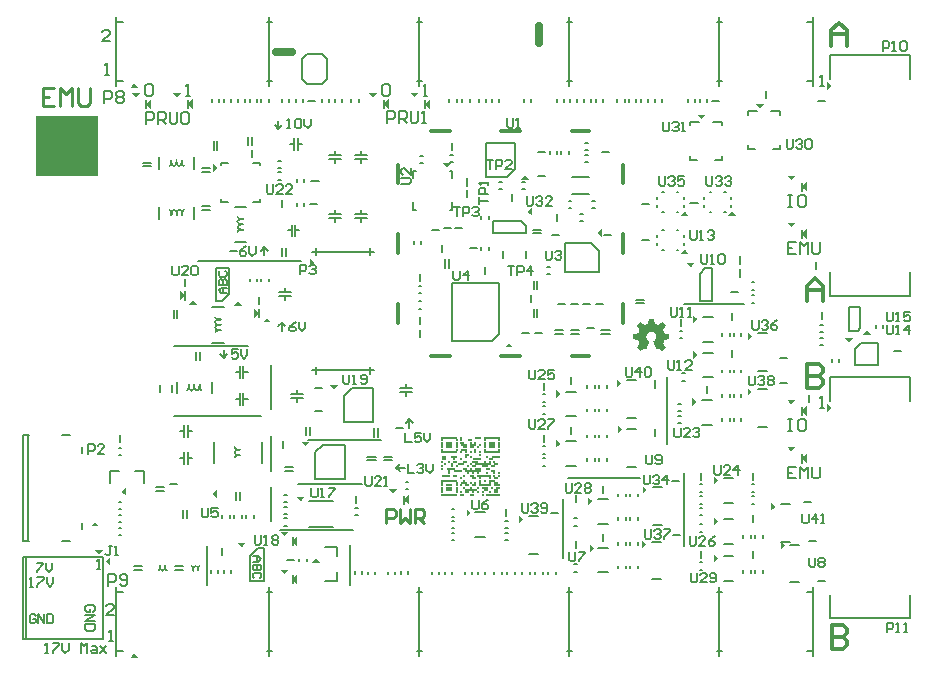
<source format=gbr>
%TF.GenerationSoftware,Altium Limited,Altium Designer,25.3.3 (18)*%
G04 Layer_Color=65535*
%FSLAX45Y45*%
%MOMM*%
%TF.SameCoordinates,5572F933-5C96-4131-A983-9EF7CB378A5A*%
%TF.FilePolarity,Positive*%
%TF.FileFunction,Legend,Top*%
%TF.Part,Single*%
G01*
G75*
%TA.AperFunction,NonConductor*%
%ADD83C,0.30000*%
%ADD97C,0.20000*%
%ADD98C,0.15000*%
%ADD111C,0.70000*%
%ADD112C,0.25000*%
%ADD113R,1.40000X0.14996*%
%ADD114R,0.40000X0.14996*%
%ADD115R,0.20000X0.14996*%
%ADD116R,1.20000X0.14996*%
%ADD117R,0.60000X0.14996*%
%ADD118R,1.00000X0.14996*%
%ADD119R,0.80000X0.14996*%
%ADD120R,0.40000X0.15001*%
%ADD121R,0.60000X0.15001*%
%ADD122R,0.20000X0.15001*%
%ADD123R,1.40000X0.15001*%
G36*
X2064158Y4836500D02*
X1999843D01*
X2032000Y4876500D01*
X2064158Y4836500D01*
D02*
G37*
G36*
X7938589Y4855000D02*
X7900000Y4822843D01*
Y4887157D01*
X7938589Y4855000D01*
D02*
G37*
G36*
X4403921Y4755706D02*
X4371764Y4794294D01*
X4436079D01*
X4403921Y4755706D01*
D02*
G37*
G36*
X4053921D02*
X4021764Y4794294D01*
X4086078D01*
X4053921Y4755706D01*
D02*
G37*
G36*
X2393921D02*
X2361763Y4794294D01*
X2426078D01*
X2393921Y4755706D01*
D02*
G37*
G36*
X2043921D02*
X2011764Y4794294D01*
X2076078D01*
X2043921Y4755706D01*
D02*
G37*
G36*
X7328919Y4660706D02*
X7296762Y4699295D01*
X7361076D01*
X7328919Y4660706D01*
D02*
G37*
G36*
X4535000Y4660000D02*
X4490000Y4700000D01*
X4535000Y4740000D01*
Y4660000D01*
D02*
G37*
G36*
X4185000D02*
X4140000Y4700000D01*
X4185000Y4740000D01*
Y4660000D01*
D02*
G37*
G36*
X2525000D02*
X2480000Y4700000D01*
X2525000Y4740000D01*
Y4660000D01*
D02*
G37*
G36*
X2175000D02*
X2130000Y4700000D01*
X2175000Y4740000D01*
Y4660000D01*
D02*
G37*
G36*
X6833921Y4570706D02*
X6801764Y4609295D01*
X6866078D01*
X6833921Y4570706D01*
D02*
G37*
G36*
X4680001Y4161411D02*
X4647843Y4200000D01*
X4712158D01*
X4680001Y4161411D01*
D02*
G37*
G36*
X2738588Y4160000D02*
X2700000Y4127843D01*
Y4192157D01*
X2738588Y4160000D01*
D02*
G37*
G36*
X5371079Y4060706D02*
X5306764D01*
X5338922Y4099294D01*
X5371079Y4060706D01*
D02*
G37*
G36*
X7593921Y4055706D02*
X7561764Y4094294D01*
X7626078D01*
X7593921Y4055706D01*
D02*
G37*
G36*
X7725000Y3960000D02*
X7680000Y4000000D01*
X7725000Y4040000D01*
Y3960000D01*
D02*
G37*
G36*
X5394295Y3756764D02*
X5355706Y3788921D01*
X5394295Y3821079D01*
Y3756764D01*
D02*
G37*
G36*
X6722736Y3752323D02*
X6658422D01*
X6690579Y3790912D01*
X6722736Y3752323D01*
D02*
G37*
G36*
X7122736Y3752323D02*
X7058421D01*
X7090579Y3790911D01*
X7122736Y3752323D01*
D02*
G37*
G36*
X7593921Y3655706D02*
X7561764Y3694294D01*
X7626078D01*
X7593921Y3655706D01*
D02*
G37*
G36*
X5989295Y3576764D02*
X5950706Y3608921D01*
X5989295Y3641079D01*
Y3576764D01*
D02*
G37*
G36*
X7725000Y3560000D02*
X7680000Y3600000D01*
X7725000Y3640000D01*
Y3560000D01*
D02*
G37*
G36*
X6722736Y3432323D02*
X6658422D01*
X6690579Y3470912D01*
X6722736Y3432323D01*
D02*
G37*
G36*
X3560000Y3351921D02*
X3520000Y3319763D01*
Y3384078D01*
X3560000Y3351921D01*
D02*
G37*
G36*
X6741079Y3315705D02*
X6708921Y3354294D01*
X6773236D01*
X6741079Y3315705D01*
D02*
G37*
G36*
X2460000Y3080000D02*
X2418000Y3040000D01*
Y3120000D01*
X2460000Y3080000D01*
D02*
G37*
G36*
X2558236Y3000706D02*
X2493922D01*
X2526079Y3039295D01*
X2558236Y3000706D01*
D02*
G37*
G36*
X2942158Y2990001D02*
X2877843D01*
X2910000Y3028589D01*
X2942158Y2990001D01*
D02*
G37*
G36*
X3090000Y2930000D02*
X3048000Y2890000D01*
Y2970000D01*
X3090000Y2930000D01*
D02*
G37*
G36*
X3188236Y2850706D02*
X3123922D01*
X3156079Y2889295D01*
X3188236Y2850706D01*
D02*
G37*
G36*
X6804295Y2876079D02*
X6765706Y2843921D01*
Y2908236D01*
X6804295Y2876079D01*
D02*
G37*
G36*
X6429207Y2882083D02*
X6430232D01*
Y2881571D01*
Y2881058D01*
Y2880545D01*
X6430745D01*
Y2880032D01*
Y2879519D01*
Y2879006D01*
Y2878493D01*
Y2877980D01*
X6431258D01*
Y2877467D01*
Y2876954D01*
Y2876441D01*
Y2875928D01*
Y2875415D01*
Y2874902D01*
X6431771D01*
Y2874389D01*
Y2873876D01*
Y2873363D01*
Y2872850D01*
Y2872337D01*
X6432284D01*
Y2871825D01*
Y2871311D01*
Y2870798D01*
Y2870286D01*
Y2869773D01*
X6432797D01*
Y2869259D01*
Y2868747D01*
Y2868234D01*
Y2867721D01*
Y2867208D01*
Y2866695D01*
X6433310D01*
Y2866182D01*
Y2865669D01*
Y2865156D01*
Y2864643D01*
Y2864130D01*
X6433823D01*
Y2863617D01*
Y2863104D01*
Y2862591D01*
Y2862078D01*
Y2861565D01*
X6434336D01*
Y2861052D01*
Y2860539D01*
Y2860026D01*
Y2859513D01*
Y2859001D01*
Y2858488D01*
X6434849D01*
Y2857975D01*
Y2857462D01*
Y2856949D01*
Y2856436D01*
Y2855923D01*
X6435362D01*
Y2855410D01*
Y2854897D01*
Y2854384D01*
Y2853871D01*
Y2853358D01*
Y2852845D01*
X6435875D01*
Y2852332D01*
Y2851819D01*
Y2851306D01*
Y2850793D01*
Y2850280D01*
X6436388D01*
Y2849767D01*
Y2849254D01*
Y2848742D01*
Y2848228D01*
Y2847715D01*
X6436901D01*
Y2847203D01*
Y2846690D01*
Y2846176D01*
Y2845664D01*
Y2845151D01*
Y2844638D01*
X6437414D01*
Y2844125D01*
Y2843612D01*
Y2843099D01*
Y2842586D01*
Y2842073D01*
X6437926D01*
Y2841560D01*
Y2841047D01*
X6438440D01*
Y2840534D01*
X6439465D01*
Y2840021D01*
X6440492D01*
Y2839508D01*
X6442030D01*
Y2838995D01*
X6443056D01*
Y2838482D01*
X6444595D01*
Y2837969D01*
X6445621D01*
Y2837456D01*
X6446647D01*
Y2836943D01*
X6448186D01*
Y2836430D01*
X6449212D01*
Y2835918D01*
X6450751D01*
Y2835405D01*
X6451777D01*
Y2834891D01*
X6453315D01*
Y2834379D01*
X6454341D01*
Y2833866D01*
X6455880D01*
Y2833353D01*
X6456906D01*
Y2832840D01*
X6457932D01*
Y2832327D01*
X6459471D01*
Y2831814D01*
X6460497D01*
Y2831301D01*
X6462036D01*
Y2830788D01*
X6463062D01*
Y2830275D01*
X6464600D01*
Y2829762D01*
X6465626D01*
Y2829249D01*
X6467165D01*
Y2829762D01*
X6468191D01*
Y2830275D01*
X6468704D01*
Y2830788D01*
X6469730D01*
Y2831301D01*
X6470243D01*
Y2831814D01*
X6470756D01*
Y2832327D01*
X6471782D01*
Y2832840D01*
X6472295D01*
Y2833353D01*
X6473321D01*
Y2833866D01*
X6473834D01*
Y2834379D01*
X6474860D01*
Y2834891D01*
X6475373D01*
Y2835405D01*
X6476398D01*
Y2835918D01*
X6476911D01*
Y2836430D01*
X6477937D01*
Y2836943D01*
X6478450D01*
Y2837456D01*
X6478963D01*
Y2837969D01*
X6479989D01*
Y2838482D01*
X6480502D01*
Y2838995D01*
X6481528D01*
Y2839508D01*
X6482041D01*
Y2840021D01*
X6483067D01*
Y2840534D01*
X6483580D01*
Y2841047D01*
X6484606D01*
Y2841560D01*
X6485119D01*
Y2842073D01*
X6486145D01*
Y2842586D01*
X6486658D01*
Y2843099D01*
X6487170D01*
Y2843612D01*
X6488197D01*
Y2844125D01*
X6488709D01*
Y2844638D01*
X6489735D01*
Y2845151D01*
X6490248D01*
Y2845664D01*
X6491274D01*
Y2846176D01*
X6491787D01*
Y2846690D01*
X6492813D01*
Y2847203D01*
X6493326D01*
Y2847715D01*
X6494352D01*
Y2848228D01*
X6494865D01*
Y2848742D01*
X6495891D01*
Y2849254D01*
X6496404D01*
Y2849767D01*
X6496917D01*
Y2850280D01*
X6497943D01*
Y2850793D01*
X6498455D01*
Y2851306D01*
X6499482D01*
Y2851819D01*
X6499994D01*
Y2852332D01*
X6502559D01*
Y2851819D01*
X6503072D01*
Y2851306D01*
X6503585D01*
Y2850793D01*
X6504098D01*
Y2850280D01*
X6504611D01*
Y2849767D01*
X6505124D01*
Y2849254D01*
X6505637D01*
Y2848742D01*
X6506150D01*
Y2848228D01*
X6506663D01*
Y2847715D01*
X6507176D01*
Y2847203D01*
X6507689D01*
Y2846690D01*
X6508202D01*
Y2846176D01*
X6508715D01*
Y2845664D01*
X6509228D01*
Y2845151D01*
X6509741D01*
Y2844638D01*
X6510253D01*
Y2844125D01*
X6510766D01*
Y2843612D01*
X6511280D01*
Y2843099D01*
X6511792D01*
Y2842586D01*
X6512305D01*
Y2842073D01*
X6512819D01*
Y2841560D01*
X6513331D01*
Y2841047D01*
X6513844D01*
Y2840534D01*
X6514357D01*
Y2840021D01*
X6514870D01*
Y2839508D01*
X6515383D01*
Y2838995D01*
X6515896D01*
Y2838482D01*
X6516409D01*
Y2837969D01*
X6516922D01*
Y2837456D01*
X6517435D01*
Y2836943D01*
X6517948D01*
Y2836430D01*
X6518461D01*
Y2835918D01*
X6518974D01*
Y2835405D01*
X6519487D01*
Y2834891D01*
X6520000D01*
Y2834379D01*
X6520513D01*
Y2833866D01*
X6521026D01*
Y2833353D01*
X6521538D01*
Y2832840D01*
X6522052D01*
Y2832327D01*
X6522565D01*
Y2831814D01*
X6523077D01*
Y2831301D01*
X6523590D01*
Y2830788D01*
X6524103D01*
Y2830275D01*
X6524616D01*
Y2829762D01*
X6525129D01*
Y2829249D01*
X6525642D01*
Y2828736D01*
X6526155D01*
Y2828223D01*
X6526668D01*
Y2827710D01*
X6527181D01*
Y2827197D01*
X6527694D01*
Y2826684D01*
X6528207D01*
Y2826171D01*
X6528720D01*
Y2825658D01*
X6529233D01*
Y2825145D01*
X6529746D01*
Y2824632D01*
X6530259D01*
Y2824120D01*
X6530772D01*
Y2823607D01*
Y2823093D01*
Y2822581D01*
Y2822068D01*
Y2821554D01*
X6530259D01*
Y2821042D01*
X6529746D01*
Y2820529D01*
Y2820016D01*
X6529233D01*
Y2819503D01*
X6528720D01*
Y2818990D01*
Y2818477D01*
X6528207D01*
Y2817964D01*
X6527694D01*
Y2817451D01*
Y2816938D01*
X6527181D01*
Y2816425D01*
X6526668D01*
Y2815912D01*
X6526155D01*
Y2815399D01*
Y2814886D01*
X6525642D01*
Y2814373D01*
X6525129D01*
Y2813860D01*
Y2813347D01*
X6524616D01*
Y2812835D01*
X6524103D01*
Y2812321D01*
Y2811808D01*
X6523590D01*
Y2811296D01*
X6523077D01*
Y2810783D01*
Y2810270D01*
X6522565D01*
Y2809757D01*
X6522052D01*
Y2809244D01*
Y2808731D01*
X6521538D01*
Y2808218D01*
X6521026D01*
Y2807705D01*
X6520513D01*
Y2807192D01*
Y2806679D01*
X6520000D01*
Y2806166D01*
X6519487D01*
Y2805653D01*
Y2805140D01*
X6518974D01*
Y2804627D01*
X6518461D01*
Y2804114D01*
Y2803601D01*
X6517948D01*
Y2803088D01*
X6517435D01*
Y2802575D01*
Y2802062D01*
X6516922D01*
Y2801549D01*
X6516409D01*
Y2801037D01*
Y2800523D01*
X6515896D01*
Y2800010D01*
X6515383D01*
Y2799498D01*
X6514870D01*
Y2798985D01*
Y2798471D01*
X6514357D01*
Y2797959D01*
X6513844D01*
Y2797446D01*
Y2796933D01*
X6513331D01*
Y2796420D01*
X6512819D01*
Y2795907D01*
Y2795394D01*
X6512305D01*
Y2794881D01*
X6511792D01*
Y2794368D01*
Y2793855D01*
X6511280D01*
Y2793342D01*
X6510766D01*
Y2792829D01*
Y2792316D01*
X6510253D01*
Y2791803D01*
X6509741D01*
Y2791290D01*
Y2790777D01*
X6509228D01*
Y2790264D01*
X6508715D01*
Y2789752D01*
Y2789238D01*
X6508202D01*
Y2788725D01*
Y2788213D01*
Y2787700D01*
X6508715D01*
Y2787186D01*
Y2786674D01*
Y2786161D01*
X6509228D01*
Y2785648D01*
Y2785135D01*
X6509741D01*
Y2784622D01*
Y2784109D01*
X6510253D01*
Y2783596D01*
Y2783083D01*
Y2782570D01*
X6510766D01*
Y2782057D01*
Y2781544D01*
X6511280D01*
Y2781031D01*
Y2780518D01*
X6511792D01*
Y2780005D01*
Y2779492D01*
Y2778979D01*
X6512305D01*
Y2778466D01*
Y2777953D01*
X6512819D01*
Y2777440D01*
Y2776927D01*
X6513331D01*
Y2776415D01*
Y2775902D01*
Y2775388D01*
X6513844D01*
Y2774876D01*
Y2774363D01*
X6514357D01*
Y2773850D01*
Y2773337D01*
X6514870D01*
Y2772824D01*
Y2772311D01*
Y2771798D01*
X6515383D01*
Y2771285D01*
Y2770772D01*
X6515896D01*
Y2770259D01*
Y2769746D01*
X6516409D01*
Y2769233D01*
Y2768720D01*
Y2768207D01*
X6516922D01*
Y2767694D01*
Y2767181D01*
X6517435D01*
Y2766669D01*
Y2766155D01*
X6517948D01*
Y2765642D01*
Y2765130D01*
Y2764616D01*
X6518461D01*
Y2764103D01*
Y2763591D01*
X6518974D01*
Y2763078D01*
Y2762565D01*
X6519487D01*
Y2762052D01*
Y2761539D01*
Y2761026D01*
X6520000D01*
Y2760513D01*
Y2760000D01*
X6520513D01*
Y2759487D01*
X6521538D01*
Y2758974D01*
X6523077D01*
Y2758461D01*
X6526155D01*
Y2757948D01*
X6528720D01*
Y2757435D01*
X6531285D01*
Y2756922D01*
X6534363D01*
Y2756409D01*
X6536927D01*
Y2755896D01*
X6540005D01*
Y2755383D01*
X6542570D01*
Y2754870D01*
X6545135D01*
Y2754357D01*
X6548212D01*
Y2753844D01*
X6550777D01*
Y2753332D01*
X6553342D01*
Y2752818D01*
X6556420D01*
Y2752305D01*
X6558985D01*
Y2751793D01*
X6560523D01*
Y2751280D01*
Y2750767D01*
X6561036D01*
Y2750254D01*
Y2749741D01*
Y2749228D01*
Y2748715D01*
Y2748202D01*
Y2747689D01*
Y2747176D01*
Y2746663D01*
Y2746150D01*
Y2745637D01*
Y2745124D01*
Y2744611D01*
Y2744098D01*
Y2743585D01*
Y2743072D01*
Y2742559D01*
Y2742047D01*
Y2741533D01*
Y2741020D01*
Y2740508D01*
Y2739995D01*
Y2739481D01*
Y2738969D01*
Y2738456D01*
Y2737943D01*
Y2737430D01*
Y2736917D01*
Y2736404D01*
Y2735891D01*
Y2735378D01*
Y2734865D01*
Y2734352D01*
Y2733839D01*
Y2733326D01*
Y2732813D01*
Y2732300D01*
Y2731787D01*
Y2731274D01*
Y2730761D01*
Y2730248D01*
Y2729735D01*
Y2729222D01*
Y2728710D01*
Y2728197D01*
Y2727684D01*
Y2727171D01*
Y2726658D01*
Y2726145D01*
Y2725632D01*
Y2725119D01*
Y2724606D01*
Y2724093D01*
Y2723580D01*
Y2723067D01*
Y2722554D01*
Y2722041D01*
Y2721528D01*
Y2721015D01*
Y2720502D01*
Y2719989D01*
Y2719476D01*
Y2718963D01*
Y2718450D01*
Y2717937D01*
Y2717425D01*
Y2716912D01*
Y2716398D01*
Y2715886D01*
Y2715373D01*
Y2714860D01*
Y2714347D01*
Y2713834D01*
Y2713321D01*
Y2712808D01*
Y2712295D01*
Y2711782D01*
Y2711269D01*
Y2710756D01*
Y2710243D01*
X6560523D01*
Y2709730D01*
X6560010D01*
Y2709217D01*
X6558472D01*
Y2708704D01*
X6555907D01*
Y2708191D01*
X6552829D01*
Y2707678D01*
X6550264D01*
Y2707165D01*
X6547187D01*
Y2706652D01*
X6544621D01*
Y2706140D01*
X6542057D01*
Y2705627D01*
X6538979D01*
Y2705113D01*
X6536414D01*
Y2704601D01*
X6533850D01*
Y2704088D01*
X6530772D01*
Y2703575D01*
X6528207D01*
Y2703062D01*
X6525129D01*
Y2702549D01*
X6522565D01*
Y2702036D01*
X6522052D01*
Y2701523D01*
X6521538D01*
Y2701010D01*
X6521026D01*
Y2700497D01*
Y2699984D01*
X6520513D01*
Y2699471D01*
Y2698958D01*
X6520000D01*
Y2698445D01*
Y2697932D01*
Y2697419D01*
X6519487D01*
Y2696906D01*
Y2696393D01*
X6518974D01*
Y2695880D01*
Y2695367D01*
Y2694854D01*
X6518461D01*
Y2694342D01*
Y2693828D01*
X6517948D01*
Y2693315D01*
Y2692803D01*
Y2692290D01*
X6517435D01*
Y2691776D01*
Y2691264D01*
X6516922D01*
Y2690751D01*
Y2690238D01*
Y2689725D01*
X6516409D01*
Y2689212D01*
Y2688699D01*
X6515896D01*
Y2688186D01*
Y2687673D01*
Y2687160D01*
X6515383D01*
Y2686647D01*
Y2686134D01*
X6514870D01*
Y2685621D01*
Y2685108D01*
Y2684595D01*
X6514357D01*
Y2684082D01*
Y2683569D01*
X6513844D01*
Y2683057D01*
Y2682543D01*
Y2682030D01*
X6513331D01*
Y2681518D01*
Y2681005D01*
X6512819D01*
Y2680492D01*
Y2679979D01*
Y2679466D01*
X6512305D01*
Y2678953D01*
Y2678440D01*
X6511792D01*
Y2677927D01*
Y2677414D01*
Y2676901D01*
X6511280D01*
Y2676388D01*
Y2675875D01*
X6510766D01*
Y2675362D01*
Y2674849D01*
Y2674336D01*
X6510253D01*
Y2673823D01*
Y2673310D01*
X6509741D01*
Y2672797D01*
Y2672284D01*
Y2671771D01*
X6509228D01*
Y2671258D01*
Y2670745D01*
Y2670232D01*
X6509741D01*
Y2669720D01*
Y2669207D01*
X6510253D01*
Y2668693D01*
X6510766D01*
Y2668181D01*
Y2667668D01*
X6511280D01*
Y2667155D01*
X6511792D01*
Y2666642D01*
Y2666129D01*
X6512305D01*
Y2665616D01*
X6512819D01*
Y2665103D01*
X6513331D01*
Y2664590D01*
Y2664077D01*
X6513844D01*
Y2663564D01*
X6514357D01*
Y2663051D01*
Y2662538D01*
X6514870D01*
Y2662025D01*
X6515383D01*
Y2661512D01*
Y2660999D01*
X6515896D01*
Y2660486D01*
X6516409D01*
Y2659974D01*
Y2659460D01*
X6516922D01*
Y2658947D01*
X6517435D01*
Y2658435D01*
Y2657922D01*
X6517948D01*
Y2657408D01*
X6518461D01*
Y2656896D01*
X6518974D01*
Y2656383D01*
Y2655870D01*
X6519487D01*
Y2655357D01*
X6520000D01*
Y2654844D01*
Y2654331D01*
X6520513D01*
Y2653818D01*
X6521026D01*
Y2653305D01*
Y2652792D01*
X6521538D01*
Y2652279D01*
X6522052D01*
Y2651766D01*
Y2651253D01*
X6522565D01*
Y2650740D01*
X6523077D01*
Y2650227D01*
Y2649714D01*
X6523590D01*
Y2649201D01*
X6524103D01*
Y2648688D01*
Y2648175D01*
X6524616D01*
Y2647662D01*
X6525129D01*
Y2647149D01*
X6525642D01*
Y2646637D01*
Y2646123D01*
X6526155D01*
Y2645610D01*
X6526668D01*
Y2645098D01*
Y2644585D01*
X6527181D01*
Y2644072D01*
X6527694D01*
Y2643559D01*
Y2643046D01*
X6528207D01*
Y2642533D01*
X6528720D01*
Y2642020D01*
Y2641507D01*
X6529233D01*
Y2640994D01*
X6529746D01*
Y2640481D01*
Y2639968D01*
X6530259D01*
Y2639455D01*
X6530772D01*
Y2638942D01*
Y2638429D01*
Y2637916D01*
Y2637403D01*
Y2636890D01*
X6530259D01*
Y2636377D01*
X6529746D01*
Y2635864D01*
X6529233D01*
Y2635352D01*
X6528720D01*
Y2634838D01*
X6528207D01*
Y2634325D01*
X6527694D01*
Y2633813D01*
X6527181D01*
Y2633300D01*
X6526668D01*
Y2632786D01*
X6526155D01*
Y2632274D01*
X6525642D01*
Y2631761D01*
X6525129D01*
Y2631248D01*
X6524616D01*
Y2630735D01*
X6524103D01*
Y2630222D01*
X6523590D01*
Y2629709D01*
X6523077D01*
Y2629196D01*
X6522565D01*
Y2628683D01*
X6522052D01*
Y2628170D01*
X6521538D01*
Y2627657D01*
X6521026D01*
Y2627144D01*
X6520513D01*
Y2626631D01*
X6520000D01*
Y2626118D01*
X6519487D01*
Y2625605D01*
X6518974D01*
Y2625092D01*
X6518461D01*
Y2624579D01*
X6517948D01*
Y2624066D01*
X6517435D01*
Y2623553D01*
X6516922D01*
Y2623040D01*
X6516409D01*
Y2622527D01*
X6515896D01*
Y2622015D01*
X6515383D01*
Y2621502D01*
X6514870D01*
Y2620989D01*
X6514357D01*
Y2620476D01*
X6513844D01*
Y2619963D01*
X6513331D01*
Y2619450D01*
X6512819D01*
Y2618937D01*
X6512305D01*
Y2618424D01*
X6511792D01*
Y2617911D01*
X6511280D01*
Y2617398D01*
X6510766D01*
Y2616885D01*
X6510253D01*
Y2616372D01*
X6509741D01*
Y2615859D01*
X6509228D01*
Y2615346D01*
X6508715D01*
Y2614833D01*
X6508202D01*
Y2614320D01*
X6507689D01*
Y2613807D01*
X6507176D01*
Y2613294D01*
X6506663D01*
Y2612781D01*
X6506150D01*
Y2612269D01*
X6505637D01*
Y2611755D01*
X6505124D01*
Y2611242D01*
X6504611D01*
Y2610730D01*
X6504098D01*
Y2610217D01*
X6503585D01*
Y2609703D01*
X6503072D01*
Y2609191D01*
X6502046D01*
Y2608678D01*
X6500507D01*
Y2609191D01*
X6499482D01*
Y2609703D01*
X6498968D01*
Y2610217D01*
X6497943D01*
Y2610730D01*
X6497430D01*
Y2611242D01*
X6496404D01*
Y2611755D01*
X6495891D01*
Y2612269D01*
X6494865D01*
Y2612781D01*
X6494352D01*
Y2613294D01*
X6493326D01*
Y2613807D01*
X6492813D01*
Y2614320D01*
X6492300D01*
Y2614833D01*
X6491274D01*
Y2615346D01*
X6490761D01*
Y2615859D01*
X6489735D01*
Y2616372D01*
X6489222D01*
Y2616885D01*
X6488197D01*
Y2617398D01*
X6487683D01*
Y2617911D01*
X6486658D01*
Y2618424D01*
X6486145D01*
Y2618937D01*
X6485119D01*
Y2619450D01*
X6484606D01*
Y2619963D01*
X6484093D01*
Y2620476D01*
X6483067D01*
Y2620989D01*
X6482554D01*
Y2621502D01*
X6481528D01*
Y2622015D01*
X6481015D01*
Y2622527D01*
X6479989D01*
Y2623040D01*
X6479476D01*
Y2623553D01*
X6478450D01*
Y2624066D01*
X6477937D01*
Y2624579D01*
X6476911D01*
Y2625092D01*
X6476398D01*
Y2625605D01*
X6475885D01*
Y2626118D01*
X6474860D01*
Y2626631D01*
X6474347D01*
Y2627144D01*
X6473321D01*
Y2627657D01*
X6472808D01*
Y2628170D01*
X6471782D01*
Y2628683D01*
X6471269D01*
Y2629196D01*
X6470243D01*
Y2629709D01*
X6467678D01*
Y2629196D01*
X6466652D01*
Y2628683D01*
X6466139D01*
Y2628170D01*
X6465114D01*
Y2627657D01*
X6464087D01*
Y2627144D01*
X6463062D01*
Y2626631D01*
X6462036D01*
Y2626118D01*
X6461010D01*
Y2625605D01*
X6459984D01*
Y2625092D01*
X6458958D01*
Y2624579D01*
X6458445D01*
Y2624066D01*
X6457419D01*
Y2623553D01*
X6456393D01*
Y2623040D01*
X6455367D01*
Y2622527D01*
X6452802D01*
Y2623040D01*
X6452290D01*
Y2623553D01*
Y2624066D01*
X6451777D01*
Y2624579D01*
Y2625092D01*
Y2625605D01*
X6451263D01*
Y2626118D01*
Y2626631D01*
X6450751D01*
Y2627144D01*
Y2627657D01*
X6450238D01*
Y2628170D01*
Y2628683D01*
Y2629196D01*
X6449725D01*
Y2629709D01*
Y2630222D01*
X6449212D01*
Y2630735D01*
Y2631248D01*
Y2631761D01*
X6448699D01*
Y2632274D01*
Y2632786D01*
X6448186D01*
Y2633300D01*
Y2633813D01*
Y2634325D01*
X6447673D01*
Y2634838D01*
Y2635352D01*
X6447160D01*
Y2635864D01*
Y2636377D01*
X6446647D01*
Y2636890D01*
Y2637403D01*
Y2637916D01*
X6446134D01*
Y2638429D01*
Y2638942D01*
X6445621D01*
Y2639455D01*
Y2639968D01*
Y2640481D01*
X6445108D01*
Y2640994D01*
Y2641507D01*
X6444595D01*
Y2642020D01*
Y2642533D01*
X6444082D01*
Y2643046D01*
Y2643559D01*
Y2644072D01*
X6443569D01*
Y2644585D01*
Y2645098D01*
X6443056D01*
Y2645610D01*
Y2646123D01*
Y2646637D01*
X6442543D01*
Y2647149D01*
Y2647662D01*
X6442030D01*
Y2648175D01*
Y2648688D01*
Y2649201D01*
X6441517D01*
Y2649714D01*
Y2650227D01*
X6441004D01*
Y2650740D01*
Y2651253D01*
X6440492D01*
Y2651766D01*
Y2652279D01*
Y2652792D01*
X6439979D01*
Y2653305D01*
Y2653818D01*
X6439465D01*
Y2654331D01*
Y2654844D01*
Y2655357D01*
X6438953D01*
Y2655870D01*
Y2656383D01*
X6438440D01*
Y2656896D01*
Y2657408D01*
X6437926D01*
Y2657922D01*
Y2658435D01*
Y2658947D01*
X6437414D01*
Y2659460D01*
Y2659974D01*
X6436901D01*
Y2660486D01*
Y2660999D01*
Y2661512D01*
X6436388D01*
Y2662025D01*
Y2662538D01*
X6435875D01*
Y2663051D01*
Y2663564D01*
Y2664077D01*
X6435362D01*
Y2664590D01*
Y2665103D01*
X6434849D01*
Y2665616D01*
Y2666129D01*
X6434336D01*
Y2666642D01*
Y2667155D01*
Y2667668D01*
X6433823D01*
Y2668181D01*
Y2668693D01*
X6433310D01*
Y2669207D01*
Y2669720D01*
Y2670232D01*
X6432797D01*
Y2670745D01*
Y2671258D01*
X6432284D01*
Y2671771D01*
Y2672284D01*
X6431771D01*
Y2672797D01*
Y2673310D01*
Y2673823D01*
X6431258D01*
Y2674336D01*
Y2674849D01*
X6430745D01*
Y2675362D01*
Y2675875D01*
Y2676388D01*
X6430232D01*
Y2676901D01*
Y2677414D01*
X6429719D01*
Y2677927D01*
Y2678440D01*
Y2678953D01*
X6429207D01*
Y2679466D01*
Y2679979D01*
X6428693D01*
Y2680492D01*
Y2681005D01*
X6428180D01*
Y2681518D01*
Y2682030D01*
Y2682543D01*
X6427668D01*
Y2683057D01*
Y2683569D01*
X6427155D01*
Y2684082D01*
Y2684595D01*
Y2685108D01*
X6426642D01*
Y2685621D01*
Y2686134D01*
X6426129D01*
Y2686647D01*
Y2687160D01*
X6425616D01*
Y2687673D01*
Y2688186D01*
Y2688699D01*
X6425103D01*
Y2689212D01*
Y2689725D01*
X6425616D01*
Y2690238D01*
Y2690751D01*
X6426129D01*
Y2691264D01*
X6426642D01*
Y2691776D01*
X6427668D01*
Y2692290D01*
X6428180D01*
Y2692803D01*
X6429207D01*
Y2693315D01*
X6429719D01*
Y2693828D01*
X6430745D01*
Y2694342D01*
X6431258D01*
Y2694854D01*
X6431771D01*
Y2695367D01*
X6432797D01*
Y2695880D01*
X6433310D01*
Y2696393D01*
X6434336D01*
Y2696906D01*
X6434849D01*
Y2697419D01*
X6435362D01*
Y2697932D01*
X6435875D01*
Y2698445D01*
X6436901D01*
Y2698958D01*
X6437414D01*
Y2699471D01*
X6437926D01*
Y2699984D01*
X6438440D01*
Y2700497D01*
X6438953D01*
Y2701010D01*
X6439465D01*
Y2701523D01*
X6439979D01*
Y2702036D01*
X6440492D01*
Y2702549D01*
X6441004D01*
Y2703062D01*
Y2703575D01*
X6441517D01*
Y2704088D01*
X6442030D01*
Y2704601D01*
X6442543D01*
Y2705113D01*
X6443056D01*
Y2705627D01*
Y2706140D01*
X6443569D01*
Y2706652D01*
X6444082D01*
Y2707165D01*
Y2707678D01*
X6444595D01*
Y2708191D01*
X6445108D01*
Y2708704D01*
Y2709217D01*
X6445621D01*
Y2709730D01*
Y2710243D01*
X6446134D01*
Y2710756D01*
Y2711269D01*
X6446647D01*
Y2711782D01*
Y2712295D01*
X6447160D01*
Y2712808D01*
Y2713321D01*
X6447673D01*
Y2713834D01*
Y2714347D01*
X6448186D01*
Y2714860D01*
Y2715373D01*
X6448699D01*
Y2715886D01*
Y2716398D01*
Y2716912D01*
X6449212D01*
Y2717425D01*
Y2717937D01*
Y2718450D01*
X6449725D01*
Y2718963D01*
Y2719476D01*
Y2719989D01*
Y2720502D01*
X6450238D01*
Y2721015D01*
Y2721528D01*
Y2722041D01*
Y2722554D01*
Y2723067D01*
X6450751D01*
Y2723580D01*
Y2724093D01*
Y2724606D01*
Y2725119D01*
Y2725632D01*
Y2726145D01*
Y2726658D01*
X6451263D01*
Y2727171D01*
Y2727684D01*
Y2728197D01*
Y2728710D01*
Y2729222D01*
Y2729735D01*
Y2730248D01*
Y2730761D01*
Y2731274D01*
Y2731787D01*
Y2732300D01*
Y2732813D01*
Y2733326D01*
Y2733839D01*
X6450751D01*
Y2734352D01*
Y2734865D01*
Y2735378D01*
Y2735891D01*
Y2736404D01*
Y2736917D01*
Y2737430D01*
X6450238D01*
Y2737943D01*
Y2738456D01*
Y2738969D01*
Y2739481D01*
Y2739995D01*
X6449725D01*
Y2740508D01*
Y2741020D01*
Y2741533D01*
Y2742047D01*
X6449212D01*
Y2742559D01*
Y2743072D01*
Y2743585D01*
X6448699D01*
Y2744098D01*
Y2744611D01*
Y2745124D01*
X6448186D01*
Y2745637D01*
Y2746150D01*
X6447673D01*
Y2746663D01*
Y2747176D01*
Y2747689D01*
X6447160D01*
Y2748202D01*
Y2748715D01*
X6446647D01*
Y2749228D01*
Y2749741D01*
X6446134D01*
Y2750254D01*
Y2750767D01*
X6445621D01*
Y2751280D01*
X6445108D01*
Y2751793D01*
Y2752305D01*
X6444595D01*
Y2752818D01*
Y2753332D01*
X6444082D01*
Y2753844D01*
X6443569D01*
Y2754357D01*
Y2754870D01*
X6443056D01*
Y2755383D01*
X6442543D01*
Y2755896D01*
X6442030D01*
Y2756409D01*
Y2756922D01*
X6441517D01*
Y2757435D01*
X6441004D01*
Y2757948D01*
X6440492D01*
Y2758461D01*
X6439979D01*
Y2758974D01*
X6439465D01*
Y2759487D01*
X6438953D01*
Y2760000D01*
X6438440D01*
Y2760513D01*
X6437926D01*
Y2761026D01*
X6437414D01*
Y2761539D01*
X6436901D01*
Y2762052D01*
X6436388D01*
Y2762565D01*
X6435875D01*
Y2763078D01*
X6435362D01*
Y2763591D01*
X6434336D01*
Y2764103D01*
X6433823D01*
Y2764616D01*
X6432797D01*
Y2765130D01*
X6432284D01*
Y2765642D01*
X6431258D01*
Y2766155D01*
X6430745D01*
Y2766669D01*
X6429719D01*
Y2767181D01*
X6428693D01*
Y2767694D01*
X6427668D01*
Y2768207D01*
X6426642D01*
Y2768720D01*
X6425616D01*
Y2769233D01*
X6424590D01*
Y2769746D01*
X6423051D01*
Y2770259D01*
X6421512D01*
Y2770772D01*
X6419973D01*
Y2771285D01*
X6417921D01*
Y2771798D01*
X6414843D01*
Y2772311D01*
X6403046D01*
Y2771798D01*
X6399968D01*
Y2771285D01*
X6397916D01*
Y2770772D01*
X6396377D01*
Y2770259D01*
X6394838D01*
Y2769746D01*
X6393299D01*
Y2769233D01*
X6392274D01*
Y2768720D01*
X6391248D01*
Y2768207D01*
X6390222D01*
Y2767694D01*
X6389196D01*
Y2767181D01*
X6388170D01*
Y2766669D01*
X6387144D01*
Y2766155D01*
X6386631D01*
Y2765642D01*
X6385605D01*
Y2765130D01*
X6385092D01*
Y2764616D01*
X6384066D01*
Y2764103D01*
X6383553D01*
Y2763591D01*
X6383040D01*
Y2763078D01*
X6382527D01*
Y2762565D01*
X6381502D01*
Y2762052D01*
X6380988D01*
Y2761539D01*
X6380475D01*
Y2761026D01*
X6379963D01*
Y2760513D01*
X6379450D01*
Y2760000D01*
X6378937D01*
Y2759487D01*
X6378424D01*
Y2758974D01*
X6377911D01*
Y2758461D01*
X6377398D01*
Y2757948D01*
X6376885D01*
Y2757435D01*
X6376372D01*
Y2756922D01*
Y2756409D01*
X6375859D01*
Y2755896D01*
X6375346D01*
Y2755383D01*
X6374833D01*
Y2754870D01*
Y2754357D01*
X6374320D01*
Y2753844D01*
X6373807D01*
Y2753332D01*
Y2752818D01*
X6373294D01*
Y2752305D01*
X6372781D01*
Y2751793D01*
Y2751280D01*
X6372268D01*
Y2750767D01*
Y2750254D01*
X6371755D01*
Y2749741D01*
Y2749228D01*
X6371242D01*
Y2748715D01*
Y2748202D01*
X6370729D01*
Y2747689D01*
Y2747176D01*
X6370216D01*
Y2746663D01*
Y2746150D01*
X6369704D01*
Y2745637D01*
Y2745124D01*
Y2744611D01*
X6369190D01*
Y2744098D01*
Y2743585D01*
Y2743072D01*
X6368677D01*
Y2742559D01*
Y2742047D01*
Y2741533D01*
X6368165D01*
Y2741020D01*
Y2740508D01*
Y2739995D01*
Y2739481D01*
X6367652D01*
Y2738969D01*
Y2738456D01*
Y2737943D01*
Y2737430D01*
Y2736917D01*
X6367139D01*
Y2736404D01*
Y2735891D01*
Y2735378D01*
Y2734865D01*
Y2734352D01*
Y2733839D01*
Y2733326D01*
Y2732813D01*
Y2732300D01*
Y2731787D01*
X6366626D01*
Y2731274D01*
Y2730761D01*
Y2730248D01*
Y2729735D01*
Y2729222D01*
Y2728710D01*
X6367139D01*
Y2728197D01*
Y2727684D01*
Y2727171D01*
Y2726658D01*
Y2726145D01*
Y2725632D01*
Y2725119D01*
Y2724606D01*
Y2724093D01*
Y2723580D01*
X6367652D01*
Y2723067D01*
Y2722554D01*
Y2722041D01*
Y2721528D01*
Y2721015D01*
X6368165D01*
Y2720502D01*
Y2719989D01*
Y2719476D01*
Y2718963D01*
X6368677D01*
Y2718450D01*
Y2717937D01*
Y2717425D01*
X6369190D01*
Y2716912D01*
Y2716398D01*
Y2715886D01*
X6369704D01*
Y2715373D01*
Y2714860D01*
X6370216D01*
Y2714347D01*
Y2713834D01*
Y2713321D01*
X6370729D01*
Y2712808D01*
Y2712295D01*
X6371242D01*
Y2711782D01*
Y2711269D01*
X6371755D01*
Y2710756D01*
Y2710243D01*
X6372268D01*
Y2709730D01*
Y2709217D01*
X6372781D01*
Y2708704D01*
X6373294D01*
Y2708191D01*
Y2707678D01*
X6373807D01*
Y2707165D01*
X6374320D01*
Y2706652D01*
Y2706140D01*
X6374833D01*
Y2705627D01*
X6375346D01*
Y2705113D01*
Y2704601D01*
X6375859D01*
Y2704088D01*
X6376372D01*
Y2703575D01*
X6376885D01*
Y2703062D01*
X6377398D01*
Y2702549D01*
X6377911D01*
Y2702036D01*
Y2701523D01*
X6378424D01*
Y2701010D01*
X6378937D01*
Y2700497D01*
X6379450D01*
Y2699984D01*
X6379963D01*
Y2699471D01*
X6380988D01*
Y2698958D01*
X6381502D01*
Y2698445D01*
X6382014D01*
Y2697932D01*
X6382527D01*
Y2697419D01*
X6383040D01*
Y2696906D01*
X6384066D01*
Y2696393D01*
X6384579D01*
Y2695880D01*
X6385092D01*
Y2695367D01*
X6386118D01*
Y2694854D01*
X6386631D01*
Y2694342D01*
X6387144D01*
Y2693828D01*
X6388170D01*
Y2693315D01*
X6388683D01*
Y2692803D01*
X6389709D01*
Y2692290D01*
X6390735D01*
Y2691776D01*
X6391248D01*
Y2691264D01*
X6392274D01*
Y2690751D01*
Y2690238D01*
X6392787D01*
Y2689725D01*
Y2689212D01*
Y2688699D01*
Y2688186D01*
X6392274D01*
Y2687673D01*
Y2687160D01*
X6391760D01*
Y2686647D01*
Y2686134D01*
Y2685621D01*
X6391248D01*
Y2685108D01*
Y2684595D01*
X6390735D01*
Y2684082D01*
Y2683569D01*
X6390222D01*
Y2683057D01*
Y2682543D01*
Y2682030D01*
X6389709D01*
Y2681518D01*
Y2681005D01*
X6389196D01*
Y2680492D01*
Y2679979D01*
Y2679466D01*
X6388683D01*
Y2678953D01*
Y2678440D01*
X6388170D01*
Y2677927D01*
Y2677414D01*
X6387657D01*
Y2676901D01*
Y2676388D01*
Y2675875D01*
X6387144D01*
Y2675362D01*
Y2674849D01*
X6386631D01*
Y2674336D01*
Y2673823D01*
Y2673310D01*
X6386118D01*
Y2672797D01*
Y2672284D01*
X6385605D01*
Y2671771D01*
Y2671258D01*
Y2670745D01*
X6385092D01*
Y2670232D01*
Y2669720D01*
X6384579D01*
Y2669207D01*
Y2668693D01*
X6384066D01*
Y2668181D01*
Y2667668D01*
Y2667155D01*
X6383553D01*
Y2666642D01*
Y2666129D01*
X6383040D01*
Y2665616D01*
Y2665103D01*
Y2664590D01*
X6382527D01*
Y2664077D01*
Y2663564D01*
X6382014D01*
Y2663051D01*
Y2662538D01*
X6381502D01*
Y2662025D01*
Y2661512D01*
Y2660999D01*
X6380988D01*
Y2660486D01*
Y2659974D01*
X6380475D01*
Y2659460D01*
Y2658947D01*
Y2658435D01*
X6379963D01*
Y2657922D01*
Y2657408D01*
X6379450D01*
Y2656896D01*
Y2656383D01*
Y2655870D01*
X6378937D01*
Y2655357D01*
Y2654844D01*
X6378424D01*
Y2654331D01*
Y2653818D01*
X6377911D01*
Y2653305D01*
Y2652792D01*
Y2652279D01*
X6377398D01*
Y2651766D01*
Y2651253D01*
X6376885D01*
Y2650740D01*
Y2650227D01*
Y2649714D01*
X6376372D01*
Y2649201D01*
Y2648688D01*
X6375859D01*
Y2648175D01*
Y2647662D01*
X6375346D01*
Y2647149D01*
Y2646637D01*
Y2646123D01*
X6374833D01*
Y2645610D01*
Y2645098D01*
X6374320D01*
Y2644585D01*
Y2644072D01*
Y2643559D01*
X6373807D01*
Y2643046D01*
Y2642533D01*
X6373294D01*
Y2642020D01*
Y2641507D01*
Y2640994D01*
X6372781D01*
Y2640481D01*
Y2639968D01*
X6372268D01*
Y2639455D01*
Y2638942D01*
X6371755D01*
Y2638429D01*
Y2637916D01*
Y2637403D01*
X6371242D01*
Y2636890D01*
Y2636377D01*
X6370729D01*
Y2635864D01*
Y2635352D01*
Y2634838D01*
X6370216D01*
Y2634325D01*
Y2633813D01*
X6369704D01*
Y2633300D01*
Y2632786D01*
X6369190D01*
Y2632274D01*
Y2631761D01*
Y2631248D01*
X6368677D01*
Y2630735D01*
Y2630222D01*
X6368165D01*
Y2629709D01*
Y2629196D01*
Y2628683D01*
X6367652D01*
Y2628170D01*
Y2627657D01*
X6367139D01*
Y2627144D01*
Y2626631D01*
Y2626118D01*
X6366626D01*
Y2625605D01*
Y2625092D01*
X6366113D01*
Y2624579D01*
Y2624066D01*
X6365600D01*
Y2623553D01*
Y2623040D01*
X6365087D01*
Y2622527D01*
X6362522D01*
Y2623040D01*
X6361496D01*
Y2623553D01*
X6360983D01*
Y2624066D01*
X6359957D01*
Y2624579D01*
X6358931D01*
Y2625092D01*
X6357905D01*
Y2625605D01*
X6356880D01*
Y2626118D01*
X6355853D01*
Y2626631D01*
X6354828D01*
Y2627144D01*
X6353802D01*
Y2627657D01*
X6353289D01*
Y2628170D01*
X6352263D01*
Y2628683D01*
X6351237D01*
Y2629196D01*
X6350211D01*
Y2629709D01*
X6347646D01*
Y2629196D01*
X6346620D01*
Y2628683D01*
X6346107D01*
Y2628170D01*
X6345595D01*
Y2627657D01*
X6344569D01*
Y2627144D01*
X6344056D01*
Y2626631D01*
X6343030D01*
Y2626118D01*
X6342517D01*
Y2625605D01*
X6341491D01*
Y2625092D01*
X6340978D01*
Y2624579D01*
X6339952D01*
Y2624066D01*
X6339439D01*
Y2623553D01*
X6338413D01*
Y2623040D01*
X6337900D01*
Y2622527D01*
X6337387D01*
Y2622015D01*
X6336361D01*
Y2621502D01*
X6335848D01*
Y2620989D01*
X6334822D01*
Y2620476D01*
X6334309D01*
Y2619963D01*
X6333284D01*
Y2619450D01*
X6332770D01*
Y2618937D01*
X6331745D01*
Y2618424D01*
X6331232D01*
Y2617911D01*
X6330206D01*
Y2617398D01*
X6329693D01*
Y2616885D01*
X6329180D01*
Y2616372D01*
X6328154D01*
Y2615859D01*
X6327641D01*
Y2615346D01*
X6326615D01*
Y2614833D01*
X6326102D01*
Y2614320D01*
X6325076D01*
Y2613807D01*
X6324563D01*
Y2613294D01*
X6323537D01*
Y2612781D01*
X6323024D01*
Y2612269D01*
X6321999D01*
Y2611755D01*
X6321485D01*
Y2611242D01*
X6320460D01*
Y2610730D01*
X6319947D01*
Y2610217D01*
X6319434D01*
Y2609703D01*
X6318408D01*
Y2609191D01*
X6317382D01*
Y2608678D01*
X6315843D01*
Y2609191D01*
X6314817D01*
Y2609703D01*
X6314304D01*
Y2610217D01*
X6313791D01*
Y2610730D01*
X6313278D01*
Y2611242D01*
X6312765D01*
Y2611755D01*
X6312252D01*
Y2612269D01*
X6311739D01*
Y2612781D01*
X6311226D01*
Y2613294D01*
X6310714D01*
Y2613807D01*
X6310200D01*
Y2614320D01*
X6309687D01*
Y2614833D01*
X6309175D01*
Y2615346D01*
X6308662D01*
Y2615859D01*
X6308148D01*
Y2616372D01*
X6307636D01*
Y2616885D01*
X6307123D01*
Y2617398D01*
X6306610D01*
Y2617911D01*
X6306097D01*
Y2618424D01*
X6305584D01*
Y2618937D01*
X6305071D01*
Y2619450D01*
X6304558D01*
Y2619963D01*
X6304045D01*
Y2620476D01*
X6303532D01*
Y2620989D01*
X6303019D01*
Y2621502D01*
X6302506D01*
Y2622015D01*
X6301993D01*
Y2622527D01*
X6301480D01*
Y2623040D01*
X6300967D01*
Y2623553D01*
X6300454D01*
Y2624066D01*
X6299941D01*
Y2624579D01*
X6299429D01*
Y2625092D01*
X6298915D01*
Y2625605D01*
X6298402D01*
Y2626118D01*
X6297890D01*
Y2626631D01*
X6297377D01*
Y2627144D01*
X6296863D01*
Y2627657D01*
X6296351D01*
Y2628170D01*
X6295838D01*
Y2628683D01*
X6295325D01*
Y2629196D01*
X6294812D01*
Y2629709D01*
X6294299D01*
Y2630222D01*
X6293786D01*
Y2630735D01*
X6293273D01*
Y2631248D01*
X6292760D01*
Y2631761D01*
X6292247D01*
Y2632274D01*
X6291734D01*
Y2632786D01*
X6291221D01*
Y2633300D01*
X6290708D01*
Y2633813D01*
X6290195D01*
Y2634325D01*
X6289682D01*
Y2634838D01*
X6289169D01*
Y2635352D01*
X6288656D01*
Y2635864D01*
X6288143D01*
Y2636377D01*
X6287630D01*
Y2636890D01*
Y2637403D01*
X6287117D01*
Y2637916D01*
Y2638429D01*
Y2638942D01*
X6287630D01*
Y2639455D01*
Y2639968D01*
X6288143D01*
Y2640481D01*
Y2640994D01*
X6288656D01*
Y2641507D01*
X6289169D01*
Y2642020D01*
X6289682D01*
Y2642533D01*
Y2643046D01*
X6290195D01*
Y2643559D01*
X6290708D01*
Y2644072D01*
Y2644585D01*
X6291221D01*
Y2645098D01*
X6291734D01*
Y2645610D01*
Y2646123D01*
X6292247D01*
Y2646637D01*
X6292760D01*
Y2647149D01*
Y2647662D01*
X6293273D01*
Y2648175D01*
X6293786D01*
Y2648688D01*
Y2649201D01*
X6294299D01*
Y2649714D01*
X6294812D01*
Y2650227D01*
X6295325D01*
Y2650740D01*
Y2651253D01*
X6295838D01*
Y2651766D01*
X6296351D01*
Y2652279D01*
Y2652792D01*
X6296863D01*
Y2653305D01*
X6297377D01*
Y2653818D01*
Y2654331D01*
X6297890D01*
Y2654844D01*
X6298402D01*
Y2655357D01*
Y2655870D01*
X6298915D01*
Y2656383D01*
X6299429D01*
Y2656896D01*
Y2657408D01*
X6299941D01*
Y2657922D01*
X6300454D01*
Y2658435D01*
Y2658947D01*
X6300967D01*
Y2659460D01*
X6301480D01*
Y2659974D01*
X6301993D01*
Y2660486D01*
Y2660999D01*
X6302506D01*
Y2661512D01*
X6303019D01*
Y2662025D01*
Y2662538D01*
X6303532D01*
Y2663051D01*
X6304045D01*
Y2663564D01*
Y2664077D01*
X6304558D01*
Y2664590D01*
X6305071D01*
Y2665103D01*
Y2665616D01*
X6305584D01*
Y2666129D01*
X6306097D01*
Y2666642D01*
Y2667155D01*
X6306610D01*
Y2667668D01*
X6307123D01*
Y2668181D01*
X6307636D01*
Y2668693D01*
Y2669207D01*
X6308148D01*
Y2669720D01*
X6308662D01*
Y2670232D01*
Y2670745D01*
Y2671258D01*
Y2671771D01*
Y2672284D01*
X6308148D01*
Y2672797D01*
Y2673310D01*
Y2673823D01*
X6307636D01*
Y2674336D01*
Y2674849D01*
X6307123D01*
Y2675362D01*
Y2675875D01*
Y2676388D01*
X6306610D01*
Y2676901D01*
Y2677414D01*
X6306097D01*
Y2677927D01*
Y2678440D01*
Y2678953D01*
X6305584D01*
Y2679466D01*
Y2679979D01*
X6305071D01*
Y2680492D01*
Y2681005D01*
Y2681518D01*
X6304558D01*
Y2682030D01*
Y2682543D01*
X6304045D01*
Y2683057D01*
Y2683569D01*
Y2684082D01*
X6303532D01*
Y2684595D01*
Y2685108D01*
X6303019D01*
Y2685621D01*
Y2686134D01*
Y2686647D01*
X6302506D01*
Y2687160D01*
Y2687673D01*
X6301993D01*
Y2688186D01*
Y2688699D01*
Y2689212D01*
X6301480D01*
Y2689725D01*
Y2690238D01*
X6300967D01*
Y2690751D01*
Y2691264D01*
Y2691776D01*
X6300454D01*
Y2692290D01*
Y2692803D01*
X6299941D01*
Y2693315D01*
Y2693828D01*
Y2694342D01*
X6299429D01*
Y2694854D01*
Y2695367D01*
X6298915D01*
Y2695880D01*
Y2696393D01*
Y2696906D01*
X6298402D01*
Y2697419D01*
Y2697932D01*
X6297890D01*
Y2698445D01*
Y2698958D01*
Y2699471D01*
X6297377D01*
Y2699984D01*
Y2700497D01*
X6296863D01*
Y2701010D01*
Y2701523D01*
X6296351D01*
Y2702036D01*
X6295325D01*
Y2702549D01*
X6292760D01*
Y2703062D01*
X6289682D01*
Y2703575D01*
X6287117D01*
Y2704088D01*
X6284553D01*
Y2704601D01*
X6281475D01*
Y2705113D01*
X6278910D01*
Y2705627D01*
X6276346D01*
Y2706140D01*
X6273268D01*
Y2706652D01*
X6270703D01*
Y2707165D01*
X6267625D01*
Y2707678D01*
X6265060D01*
Y2708191D01*
X6262495D01*
Y2708704D01*
X6259418D01*
Y2709217D01*
X6257879D01*
Y2709730D01*
X6257366D01*
Y2710243D01*
X6256853D01*
Y2710756D01*
Y2711269D01*
Y2711782D01*
Y2712295D01*
Y2712808D01*
Y2713321D01*
Y2713834D01*
Y2714347D01*
Y2714860D01*
Y2715373D01*
Y2715886D01*
Y2716398D01*
Y2716912D01*
Y2717425D01*
Y2717937D01*
Y2718450D01*
Y2718963D01*
Y2719476D01*
Y2719989D01*
Y2720502D01*
Y2721015D01*
Y2721528D01*
Y2722041D01*
Y2722554D01*
Y2723067D01*
Y2723580D01*
Y2724093D01*
Y2724606D01*
Y2725119D01*
Y2725632D01*
Y2726145D01*
Y2726658D01*
Y2727171D01*
Y2727684D01*
Y2728197D01*
Y2728710D01*
Y2729222D01*
Y2729735D01*
Y2730248D01*
Y2730761D01*
Y2731274D01*
Y2731787D01*
Y2732300D01*
Y2732813D01*
Y2733326D01*
Y2733839D01*
Y2734352D01*
Y2734865D01*
Y2735378D01*
Y2735891D01*
Y2736404D01*
Y2736917D01*
Y2737430D01*
Y2737943D01*
Y2738456D01*
Y2738969D01*
Y2739481D01*
Y2739995D01*
Y2740508D01*
Y2741020D01*
Y2741533D01*
Y2742047D01*
Y2742559D01*
Y2743072D01*
Y2743585D01*
Y2744098D01*
Y2744611D01*
Y2745124D01*
Y2745637D01*
Y2746150D01*
Y2746663D01*
Y2747176D01*
Y2747689D01*
Y2748202D01*
Y2748715D01*
Y2749228D01*
Y2749741D01*
Y2750254D01*
Y2750767D01*
X6257366D01*
Y2751280D01*
X6257879D01*
Y2751793D01*
X6258905D01*
Y2752305D01*
X6261470D01*
Y2752818D01*
X6264547D01*
Y2753332D01*
X6267112D01*
Y2753844D01*
X6270190D01*
Y2754357D01*
X6272755D01*
Y2754870D01*
X6275319D01*
Y2755383D01*
X6278397D01*
Y2755896D01*
X6280962D01*
Y2756409D01*
X6283527D01*
Y2756922D01*
X6286604D01*
Y2757435D01*
X6289169D01*
Y2757948D01*
X6292247D01*
Y2758461D01*
X6294812D01*
Y2758974D01*
X6296863D01*
Y2759487D01*
X6297377D01*
Y2760000D01*
X6297890D01*
Y2760513D01*
Y2761026D01*
X6298402D01*
Y2761539D01*
Y2762052D01*
X6298915D01*
Y2762565D01*
Y2763078D01*
X6299429D01*
Y2763591D01*
Y2764103D01*
Y2764616D01*
X6299941D01*
Y2765130D01*
Y2765642D01*
X6300454D01*
Y2766155D01*
Y2766669D01*
X6300967D01*
Y2767181D01*
Y2767694D01*
Y2768207D01*
X6301480D01*
Y2768720D01*
Y2769233D01*
X6301993D01*
Y2769746D01*
Y2770259D01*
X6302506D01*
Y2770772D01*
Y2771285D01*
Y2771798D01*
X6303019D01*
Y2772311D01*
Y2772824D01*
X6303532D01*
Y2773337D01*
Y2773850D01*
X6304045D01*
Y2774363D01*
Y2774876D01*
Y2775388D01*
X6304558D01*
Y2775902D01*
Y2776415D01*
X6305071D01*
Y2776927D01*
Y2777440D01*
X6305584D01*
Y2777953D01*
Y2778466D01*
Y2778979D01*
X6306097D01*
Y2779492D01*
Y2780005D01*
X6306610D01*
Y2780518D01*
Y2781031D01*
X6307123D01*
Y2781544D01*
Y2782057D01*
Y2782570D01*
X6307636D01*
Y2783083D01*
Y2783596D01*
X6308148D01*
Y2784109D01*
Y2784622D01*
X6308662D01*
Y2785135D01*
Y2785648D01*
Y2786161D01*
X6309175D01*
Y2786674D01*
Y2787186D01*
X6309687D01*
Y2787700D01*
Y2788213D01*
Y2788725D01*
Y2789238D01*
Y2789752D01*
X6309175D01*
Y2790264D01*
X6308662D01*
Y2790777D01*
Y2791290D01*
X6308148D01*
Y2791803D01*
X6307636D01*
Y2792316D01*
Y2792829D01*
X6307123D01*
Y2793342D01*
X6306610D01*
Y2793855D01*
Y2794368D01*
X6306097D01*
Y2794881D01*
X6305584D01*
Y2795394D01*
Y2795907D01*
X6305071D01*
Y2796420D01*
X6304558D01*
Y2796933D01*
Y2797446D01*
X6304045D01*
Y2797959D01*
X6303532D01*
Y2798471D01*
X6303019D01*
Y2798985D01*
Y2799498D01*
X6302506D01*
Y2800010D01*
X6301993D01*
Y2800523D01*
Y2801037D01*
X6301480D01*
Y2801549D01*
X6300967D01*
Y2802062D01*
Y2802575D01*
X6300454D01*
Y2803088D01*
X6299941D01*
Y2803601D01*
Y2804114D01*
X6299429D01*
Y2804627D01*
X6298915D01*
Y2805140D01*
Y2805653D01*
X6298402D01*
Y2806166D01*
X6297890D01*
Y2806679D01*
X6297377D01*
Y2807192D01*
Y2807705D01*
X6296863D01*
Y2808218D01*
X6296351D01*
Y2808731D01*
Y2809244D01*
X6295838D01*
Y2809757D01*
X6295325D01*
Y2810270D01*
Y2810783D01*
X6294812D01*
Y2811296D01*
X6294299D01*
Y2811808D01*
Y2812321D01*
X6293786D01*
Y2812835D01*
X6293273D01*
Y2813347D01*
Y2813860D01*
X6292760D01*
Y2814373D01*
X6292247D01*
Y2814886D01*
X6291734D01*
Y2815399D01*
Y2815912D01*
X6291221D01*
Y2816425D01*
X6290708D01*
Y2816938D01*
Y2817451D01*
X6290195D01*
Y2817964D01*
X6289682D01*
Y2818477D01*
Y2818990D01*
X6289169D01*
Y2819503D01*
X6288656D01*
Y2820016D01*
Y2820529D01*
X6288143D01*
Y2821042D01*
X6287630D01*
Y2821554D01*
Y2822068D01*
X6287117D01*
Y2822581D01*
Y2823093D01*
Y2823607D01*
X6287630D01*
Y2824120D01*
Y2824632D01*
X6288143D01*
Y2825145D01*
X6288656D01*
Y2825658D01*
X6289169D01*
Y2826171D01*
X6289682D01*
Y2826684D01*
X6290195D01*
Y2827197D01*
X6290708D01*
Y2827710D01*
X6291221D01*
Y2828223D01*
X6291734D01*
Y2828736D01*
X6292247D01*
Y2829249D01*
X6292760D01*
Y2829762D01*
X6293273D01*
Y2830275D01*
X6293786D01*
Y2830788D01*
X6294299D01*
Y2831301D01*
X6294812D01*
Y2831814D01*
X6295325D01*
Y2832327D01*
X6295838D01*
Y2832840D01*
X6296351D01*
Y2833353D01*
X6296863D01*
Y2833866D01*
X6297377D01*
Y2834379D01*
X6297890D01*
Y2834891D01*
X6298402D01*
Y2835405D01*
X6298915D01*
Y2835918D01*
X6299429D01*
Y2836430D01*
X6299941D01*
Y2836943D01*
X6300454D01*
Y2837456D01*
X6300967D01*
Y2837969D01*
X6301480D01*
Y2838482D01*
X6301993D01*
Y2838995D01*
X6302506D01*
Y2839508D01*
X6303019D01*
Y2840021D01*
X6303532D01*
Y2840534D01*
X6304045D01*
Y2841047D01*
X6304558D01*
Y2841560D01*
X6305071D01*
Y2842073D01*
X6305584D01*
Y2842586D01*
X6306097D01*
Y2843099D01*
X6306610D01*
Y2843612D01*
X6307123D01*
Y2844125D01*
X6307636D01*
Y2844638D01*
X6308148D01*
Y2845151D01*
X6308662D01*
Y2845664D01*
X6309175D01*
Y2846176D01*
X6309687D01*
Y2846690D01*
X6310200D01*
Y2847203D01*
X6310714D01*
Y2847715D01*
X6311226D01*
Y2848228D01*
X6311739D01*
Y2848742D01*
X6312252D01*
Y2849254D01*
X6312765D01*
Y2849767D01*
X6313278D01*
Y2850280D01*
X6313791D01*
Y2850793D01*
X6314304D01*
Y2851306D01*
X6314817D01*
Y2851819D01*
X6315330D01*
Y2852332D01*
X6317895D01*
Y2851819D01*
X6318408D01*
Y2851306D01*
X6319434D01*
Y2850793D01*
X6319947D01*
Y2850280D01*
X6320973D01*
Y2849767D01*
X6321485D01*
Y2849254D01*
X6322512D01*
Y2848742D01*
X6323024D01*
Y2848228D01*
X6324050D01*
Y2847715D01*
X6324563D01*
Y2847203D01*
X6325589D01*
Y2846690D01*
X6326102D01*
Y2846176D01*
X6326615D01*
Y2845664D01*
X6327641D01*
Y2845151D01*
X6328154D01*
Y2844638D01*
X6329180D01*
Y2844125D01*
X6329693D01*
Y2843612D01*
X6330719D01*
Y2843099D01*
X6331232D01*
Y2842586D01*
X6332258D01*
Y2842073D01*
X6332770D01*
Y2841560D01*
X6333797D01*
Y2841047D01*
X6334309D01*
Y2840534D01*
X6335335D01*
Y2840021D01*
X6335848D01*
Y2839508D01*
X6336361D01*
Y2838995D01*
X6337387D01*
Y2838482D01*
X6337900D01*
Y2837969D01*
X6338926D01*
Y2837456D01*
X6339439D01*
Y2836943D01*
X6340465D01*
Y2836430D01*
X6340978D01*
Y2835918D01*
X6342004D01*
Y2835405D01*
X6342517D01*
Y2834891D01*
X6343543D01*
Y2834379D01*
X6344056D01*
Y2833866D01*
X6344569D01*
Y2833353D01*
X6345595D01*
Y2832840D01*
X6346107D01*
Y2832327D01*
X6347133D01*
Y2831814D01*
X6347646D01*
Y2831301D01*
X6348672D01*
Y2830788D01*
X6349185D01*
Y2830275D01*
X6350211D01*
Y2829762D01*
X6351237D01*
Y2829249D01*
X6352263D01*
Y2829762D01*
X6353802D01*
Y2830275D01*
X6354828D01*
Y2830788D01*
X6355853D01*
Y2831301D01*
X6357392D01*
Y2831814D01*
X6358419D01*
Y2832327D01*
X6359957D01*
Y2832840D01*
X6360983D01*
Y2833353D01*
X6362522D01*
Y2833866D01*
X6363548D01*
Y2834379D01*
X6365087D01*
Y2834891D01*
X6366113D01*
Y2835405D01*
X6367139D01*
Y2835918D01*
X6368677D01*
Y2836430D01*
X6369704D01*
Y2836943D01*
X6371242D01*
Y2837456D01*
X6372268D01*
Y2837969D01*
X6373807D01*
Y2838482D01*
X6374833D01*
Y2838995D01*
X6376372D01*
Y2839508D01*
X6377398D01*
Y2840021D01*
X6378424D01*
Y2840534D01*
X6379450D01*
Y2841047D01*
X6379963D01*
Y2841560D01*
Y2842073D01*
X6380475D01*
Y2842586D01*
Y2843099D01*
Y2843612D01*
Y2844125D01*
X6380988D01*
Y2844638D01*
Y2845151D01*
Y2845664D01*
Y2846176D01*
Y2846690D01*
X6381502D01*
Y2847203D01*
Y2847715D01*
Y2848228D01*
Y2848742D01*
Y2849254D01*
Y2849767D01*
X6382014D01*
Y2850280D01*
Y2850793D01*
Y2851306D01*
Y2851819D01*
Y2852332D01*
X6382527D01*
Y2852845D01*
Y2853358D01*
Y2853871D01*
Y2854384D01*
Y2854897D01*
Y2855410D01*
X6383040D01*
Y2855923D01*
Y2856436D01*
Y2856949D01*
Y2857462D01*
Y2857975D01*
X6383553D01*
Y2858488D01*
Y2859001D01*
Y2859513D01*
Y2860026D01*
Y2860539D01*
X6384066D01*
Y2861052D01*
Y2861565D01*
Y2862078D01*
Y2862591D01*
Y2863104D01*
Y2863617D01*
X6384579D01*
Y2864130D01*
Y2864643D01*
Y2865156D01*
Y2865669D01*
Y2866182D01*
X6385092D01*
Y2866695D01*
Y2867208D01*
Y2867721D01*
Y2868234D01*
Y2868747D01*
X6385605D01*
Y2869259D01*
Y2869773D01*
Y2870286D01*
Y2870798D01*
Y2871311D01*
Y2871825D01*
X6386118D01*
Y2872337D01*
Y2872850D01*
Y2873363D01*
Y2873876D01*
Y2874389D01*
X6386631D01*
Y2874902D01*
Y2875415D01*
Y2875928D01*
Y2876441D01*
Y2876954D01*
Y2877467D01*
X6387144D01*
Y2877980D01*
Y2878493D01*
Y2879006D01*
Y2879519D01*
Y2880032D01*
X6387657D01*
Y2880545D01*
Y2881058D01*
Y2881571D01*
X6388170D01*
Y2882083D01*
X6388683D01*
Y2882596D01*
X6429207D01*
Y2882083D01*
D02*
G37*
G36*
X8264829Y2745191D02*
X8200514D01*
X8232671Y2783779D01*
X8264829Y2745191D01*
D02*
G37*
G36*
X7264295Y2736079D02*
X7225706Y2703921D01*
Y2768236D01*
X7264295Y2736079D01*
D02*
G37*
G36*
X8080000Y2681410D02*
X8047842Y2719999D01*
X8112157D01*
X8080000Y2681410D01*
D02*
G37*
G36*
X5237158Y2640000D02*
X5172843D01*
X5205000Y2678589D01*
X5237158Y2640000D01*
D02*
G37*
G36*
X6804295Y2576079D02*
X6765706Y2543922D01*
Y2608236D01*
X6804295Y2576079D01*
D02*
G37*
G36*
X6154295Y2336079D02*
X6115706Y2303921D01*
Y2368236D01*
X6154295Y2336079D01*
D02*
G37*
G36*
X3721080Y2280706D02*
X3688922Y2319295D01*
X3753237D01*
X3721080Y2280706D01*
D02*
G37*
G36*
X7264295Y2266079D02*
X7225706Y2233921D01*
Y2298236D01*
X7264295Y2266079D01*
D02*
G37*
G36*
X5644295Y2246079D02*
X5605706Y2213921D01*
Y2278236D01*
X5644295Y2246079D01*
D02*
G37*
G36*
X7593921Y2155706D02*
X7561764Y2194295D01*
X7626078D01*
X7593921Y2155706D01*
D02*
G37*
G36*
X6794295Y2176079D02*
X6755706Y2143922D01*
Y2208237D01*
X6794295Y2176079D01*
D02*
G37*
G36*
X7938589Y2125000D02*
X7900000Y2092843D01*
Y2157157D01*
X7938589Y2125000D01*
D02*
G37*
G36*
X7725000Y2060000D02*
X7680000Y2100000D01*
X7725000Y2140000D01*
Y2060000D01*
D02*
G37*
G36*
X6163567Y1944994D02*
X6124978Y1912837D01*
Y1977151D01*
X6163567Y1944994D01*
D02*
G37*
G36*
X3481079Y1800705D02*
X3448921Y1839294D01*
X3513236D01*
X3481079Y1800705D01*
D02*
G37*
G36*
X5644295Y1826079D02*
X5605706Y1793922D01*
Y1858237D01*
X5644295Y1826079D01*
D02*
G37*
G36*
X7593921Y1755706D02*
X7561764Y1794294D01*
X7626078D01*
X7593921Y1755706D01*
D02*
G37*
G36*
X7725000Y1660000D02*
X7680000Y1700000D01*
X7725000Y1740000D01*
Y1660000D01*
D02*
G37*
G36*
X6974294Y1516079D02*
X6935706Y1483922D01*
Y1548236D01*
X6974294Y1516079D01*
D02*
G37*
G36*
X4223921Y1405706D02*
X4191764Y1444295D01*
X4256079D01*
X4223921Y1405706D01*
D02*
G37*
G36*
X6374293Y1436079D02*
X6335705Y1403921D01*
Y1468236D01*
X6374293Y1436079D01*
D02*
G37*
G36*
X1959295Y1386764D02*
X1920706Y1418921D01*
X1959295Y1451079D01*
Y1386764D01*
D02*
G37*
G36*
X2729294Y1366764D02*
X2690705Y1398921D01*
X2729294Y1431079D01*
Y1366764D01*
D02*
G37*
G36*
X3440000Y1331411D02*
X3407843Y1370000D01*
X3472158D01*
X3440000Y1331411D01*
D02*
G37*
G36*
X4355000Y1310000D02*
X4310000Y1350000D01*
X4355000Y1390000D01*
Y1310000D01*
D02*
G37*
G36*
X5914294Y1336079D02*
X5875705Y1303922D01*
Y1368237D01*
X5914294Y1336079D01*
D02*
G37*
G36*
X7461294Y1291079D02*
X7422706Y1258922D01*
Y1323236D01*
X7461294Y1291079D01*
D02*
G37*
G36*
X4884295Y1241079D02*
X4845706Y1208921D01*
Y1273236D01*
X4884295Y1241079D01*
D02*
G37*
G36*
X5324294Y1186079D02*
X5285705Y1153922D01*
Y1218237D01*
X5324294Y1186079D01*
D02*
G37*
G36*
X6974294Y1166079D02*
X6935706Y1133921D01*
Y1198236D01*
X6974294Y1166079D01*
D02*
G37*
G36*
X1731079Y1125706D02*
X1666764D01*
X1698921Y1164294D01*
X1731079Y1125706D01*
D02*
G37*
G36*
X3303922Y1040706D02*
X3271764Y1079294D01*
X3336079D01*
X3303922Y1040706D01*
D02*
G37*
G36*
X3412000Y960000D02*
X3370000Y1000000D01*
X3412000Y1040000D01*
Y960000D01*
D02*
G37*
G36*
X2940000Y941411D02*
X2907843Y980000D01*
X2972157D01*
X2940000Y941411D01*
D02*
G37*
G36*
X6367294Y971079D02*
X6328705Y938921D01*
Y1003236D01*
X6367294Y971079D01*
D02*
G37*
G36*
X7543589Y965000D02*
X7505000Y932842D01*
Y997157D01*
X7543589Y965000D01*
D02*
G37*
G36*
X5924294Y941079D02*
X5885705Y908921D01*
Y973236D01*
X5924294Y941079D01*
D02*
G37*
G36*
X1731079Y885706D02*
X1698921Y924294D01*
X1763236D01*
X1731079Y885706D01*
D02*
G37*
G36*
X6974294Y856079D02*
X6935706Y823921D01*
Y888236D01*
X6974294Y856079D01*
D02*
G37*
G36*
X3601079Y815705D02*
X3536764D01*
X3568921Y854294D01*
X3601079Y815705D01*
D02*
G37*
G36*
X1829295Y796764D02*
X1790706Y828921D01*
X1829295Y861079D01*
Y796764D01*
D02*
G37*
G36*
X3303922Y720705D02*
X3271764Y759294D01*
X3336079D01*
X3303922Y720705D01*
D02*
G37*
G36*
X3412000Y640000D02*
X3370000Y680000D01*
X3412000Y720000D01*
Y640000D01*
D02*
G37*
G36*
X2064158Y10500D02*
X1999843D01*
X2032000Y50500D01*
X2064158Y10500D01*
D02*
G37*
G36*
X1719999Y4088620D02*
X1513088D01*
Y4088620D01*
X1386535D01*
Y4599999D01*
X1513088D01*
Y4599999D01*
X1719999D01*
Y4088620D01*
D02*
G37*
G36*
X1386535Y4599999D02*
Y4088620D01*
X1200716D01*
Y4599999D01*
X1386535D01*
D02*
G37*
D83*
X4545000Y2565000D02*
X4705000D01*
X5135000D02*
X5300000D01*
X5735000D02*
X5885000D01*
X6170000Y2845000D02*
Y3005000D01*
Y3435000D02*
Y3600000D01*
Y4035000D02*
Y4185000D01*
X5135000Y4470000D02*
X5300000D01*
X4545000D02*
X4705000D01*
X4265000Y4035000D02*
Y4185000D01*
Y3435000D02*
Y3600000D01*
Y2845000D02*
Y3005000D01*
X5735000Y4470000D02*
X5885000D01*
X7935743Y288002D02*
Y88066D01*
X8035711D01*
X8069034Y121389D01*
Y154711D01*
X8035711Y188034D01*
X7935743D01*
X8035711D01*
X8069034Y221357D01*
Y254679D01*
X8035711Y288002D01*
X7935743D01*
X7730000Y3030000D02*
Y3163290D01*
X7796645Y3229936D01*
X7863290Y3163290D01*
Y3030000D01*
Y3129968D01*
X7730000D01*
Y2499936D02*
Y2300000D01*
X7829968D01*
X7863290Y2333322D01*
Y2366645D01*
X7829968Y2399968D01*
X7730000D01*
X7829968D01*
X7863290Y2433290D01*
Y2466613D01*
X7829968Y2499936D01*
X7730000D01*
X7930000Y5190000D02*
Y5323290D01*
X7996645Y5389936D01*
X8063290Y5323290D01*
Y5190000D01*
Y5289968D01*
X7930000D01*
D97*
X4030000Y3418000D02*
Y3478000D01*
X3570000Y3418000D02*
Y3478000D01*
X3540000Y3448000D02*
X4060000D01*
X4030000Y2418000D02*
Y2478000D01*
X3570000Y2418000D02*
Y2478000D01*
X3540000Y2448000D02*
X4060000D01*
X7925000Y2385000D02*
X8600000D01*
Y2185000D02*
Y2385000D01*
X7925000Y2185000D02*
Y2385000D01*
Y345000D02*
X8600000D01*
X7925000D02*
Y545000D01*
X8600000Y345000D02*
Y545000D01*
Y3075000D02*
Y3275000D01*
X7925000Y3075000D02*
Y3275000D01*
Y3075000D02*
X8600000D01*
X7925000Y4915000D02*
Y5115000D01*
X8600000Y4915000D02*
Y5115000D01*
X7925000D02*
X8600000D01*
X6962000Y65500D02*
X7007000D01*
X6962000Y570500D02*
X7007000D01*
X6985000Y35500D02*
Y600500D01*
X6962000Y570500D02*
X7007000D01*
X6962000Y65500D02*
X7007000D01*
X6985000Y25500D02*
Y610500D01*
X5692000Y65500D02*
X5737000D01*
X5692000Y570500D02*
X5737000D01*
X5715000Y35500D02*
Y600500D01*
X5692000Y570500D02*
X5737000D01*
X5692000Y65500D02*
X5737000D01*
X5715000Y25500D02*
Y610500D01*
X4422000Y65500D02*
X4467000D01*
X4422000Y570500D02*
X4467000D01*
X4445000Y35500D02*
Y600500D01*
X4422000Y570500D02*
X4467000D01*
X4422000Y65500D02*
X4467000D01*
X4445000Y25500D02*
Y610500D01*
X7777000Y25500D02*
Y610500D01*
X7723000Y570500D02*
X7773000D01*
X7723000Y65500D02*
X7773000D01*
X3152000D02*
X3197000D01*
X3152000Y570500D02*
X3197000D01*
X3175000Y35500D02*
Y600500D01*
X3152000Y570500D02*
X3197000D01*
X3152000Y65500D02*
X3197000D01*
X3175000Y25500D02*
Y610500D01*
X1882000Y570500D02*
X1932000D01*
X1880000Y25500D02*
Y610500D01*
X1882000Y65500D02*
X1932000D01*
X6962000Y4891500D02*
X7007000D01*
X6962000Y5396500D02*
X7007000D01*
X6985000Y4861500D02*
Y5426500D01*
X6962000Y5396500D02*
X7007000D01*
X6962000Y4891500D02*
X7007000D01*
X6985000Y4851500D02*
Y5436500D01*
X5692000Y4891500D02*
X5737000D01*
X5692000Y5396500D02*
X5737000D01*
X5715000Y4861500D02*
Y5426500D01*
X5692000Y5396500D02*
X5737000D01*
X5692000Y4891500D02*
X5737000D01*
X5715000Y4851500D02*
Y5436500D01*
X4422000Y4891500D02*
X4467000D01*
X4422000Y5396500D02*
X4467000D01*
X4445000Y4861500D02*
Y5426500D01*
X4422000Y5396500D02*
X4467000D01*
X4422000Y4891500D02*
X4467000D01*
X4445000Y4851500D02*
Y5436500D01*
X7777000Y4851500D02*
Y5436500D01*
X7723000Y5396500D02*
X7773000D01*
X7723000Y4891500D02*
X7773000D01*
X3152000D02*
X3197000D01*
X3152000Y5396500D02*
X3197000D01*
X3175000Y4861500D02*
Y5426500D01*
X3152000Y5396500D02*
X3197000D01*
X3152000Y4891500D02*
X3197000D01*
X3175000Y4851500D02*
Y5436500D01*
X1882000Y5396500D02*
X1932000D01*
X1880000Y4851500D02*
Y5436500D01*
X1882000Y4891500D02*
X1932000D01*
X3280003Y2850002D02*
X3310000Y2820000D01*
X3250000D02*
X3280003Y2850002D01*
Y2780000D02*
Y2850002D01*
X2790000Y2550000D02*
X2820002Y2579997D01*
X2760003D02*
X2790000Y2550000D01*
Y2619997D01*
X4330000Y2000000D02*
X4359997Y2030003D01*
X4390000Y2000000D01*
X4359997Y1960000D02*
Y2030003D01*
X3100000Y3460000D02*
X3130002Y3490002D01*
X3160000Y3460000D01*
X3130002Y3420000D02*
Y3490002D01*
X3250000Y4489998D02*
X3280003Y4520000D01*
X3220003D02*
X3250000Y4489998D01*
Y4560000D01*
X4250000Y1620000D02*
X4280002Y1650003D01*
X4250000Y1620000D02*
X4280002Y1590003D01*
X4250000Y1620000D02*
X4320002D01*
X7636645Y1629968D02*
X7570000D01*
Y1530000D01*
X7636645D01*
X7570000Y1579984D02*
X7603322D01*
X7669968Y1530000D02*
Y1629968D01*
X7703290Y1596645D01*
X7736613Y1629968D01*
Y1530000D01*
X7769935Y1629968D02*
Y1546661D01*
X7786597Y1530000D01*
X7819919D01*
X7836580Y1546661D01*
Y1629968D01*
X4130000Y4853306D02*
X4146662Y4869968D01*
X4179984D01*
X4196645Y4853306D01*
Y4786661D01*
X4179984Y4770000D01*
X4146662D01*
X4130000Y4786661D01*
Y4853306D01*
X4480000Y4770000D02*
X4513323D01*
X4496662D01*
Y4869968D01*
X4480000Y4853306D01*
X4170000Y4540000D02*
Y4639968D01*
X4219984D01*
X4236645Y4623306D01*
Y4589984D01*
X4219984Y4573323D01*
X4170000D01*
X4269968Y4540000D02*
Y4639968D01*
X4319952D01*
X4336613Y4623306D01*
Y4589984D01*
X4319952Y4573323D01*
X4269968D01*
X4303290D02*
X4336613Y4540000D01*
X4369936Y4639968D02*
Y4556661D01*
X4386597Y4540000D01*
X4419920D01*
X4436581Y4556661D01*
Y4639968D01*
X4469903Y4540000D02*
X4503226D01*
X4486565D01*
Y4639968D01*
X4469903Y4623306D01*
X2130000Y4530000D02*
Y4629968D01*
X2179984D01*
X2196645Y4613306D01*
Y4579984D01*
X2179984Y4563323D01*
X2130000D01*
X2229968Y4530000D02*
Y4629968D01*
X2279952D01*
X2296613Y4613306D01*
Y4579984D01*
X2279952Y4563323D01*
X2229968D01*
X2263290D02*
X2296613Y4530000D01*
X2329936Y4629968D02*
Y4546661D01*
X2346597Y4530000D01*
X2379920D01*
X2396581Y4546661D01*
Y4629968D01*
X2429903Y4613306D02*
X2446565Y4629968D01*
X2479887D01*
X2496548Y4613306D01*
Y4546661D01*
X2479887Y4530000D01*
X2446565D01*
X2429903Y4546661D01*
Y4613306D01*
X2120000Y4853306D02*
X2136661Y4869968D01*
X2169984D01*
X2186645Y4853306D01*
Y4786661D01*
X2169984Y4770000D01*
X2136661D01*
X2120000Y4786661D01*
Y4853306D01*
X2470000Y4770000D02*
X2503322D01*
X2486661D01*
Y4869968D01*
X2470000Y4853306D01*
X7636645Y3529968D02*
X7570000D01*
Y3430000D01*
X7636645D01*
X7570000Y3479984D02*
X7603322D01*
X7669968Y3430000D02*
Y3529968D01*
X7703290Y3496645D01*
X7736613Y3529968D01*
Y3430000D01*
X7769935Y3529968D02*
Y3446661D01*
X7786597Y3430000D01*
X7819919D01*
X7836580Y3446661D01*
Y3529968D01*
X1826645Y5230000D02*
X1760000D01*
X1826645Y5296645D01*
Y5313306D01*
X1809984Y5329968D01*
X1776661D01*
X1760000Y5313306D01*
X1780000Y4950000D02*
X1813323D01*
X1796661D01*
Y5049968D01*
X1780000Y5033306D01*
X1856645Y370000D02*
X1790000D01*
X1856645Y436645D01*
Y453306D01*
X1839984Y469968D01*
X1806661D01*
X1790000Y453306D01*
X1820000Y150000D02*
X1853322D01*
X1836661D01*
Y249968D01*
X1820000Y233306D01*
X7840000Y2130000D02*
X7873323D01*
X7856661D01*
Y2229968D01*
X7840000Y2213306D01*
Y4850000D02*
X7873323D01*
X7856661D01*
Y4949968D01*
X7840000Y4933306D01*
X7570000Y2029968D02*
X7603322D01*
X7586661D01*
Y1930000D01*
X7570000D01*
X7603322D01*
X7703290Y2029968D02*
X7669968D01*
X7653306Y2013306D01*
Y1946661D01*
X7669968Y1930000D01*
X7703290D01*
X7719951Y1946661D01*
Y2013306D01*
X7703290Y2029968D01*
X7570000Y3929968D02*
X7603322D01*
X7586661D01*
Y3830000D01*
X7570000D01*
X7603322D01*
X7703290Y3929968D02*
X7669968D01*
X7653306Y3913306D01*
Y3846661D01*
X7669968Y3830000D01*
X7703290D01*
X7719951Y3846661D01*
Y3913306D01*
X7703290Y3929968D01*
X1806694Y620016D02*
Y719984D01*
X1856678D01*
X1873339Y703322D01*
Y670000D01*
X1856678Y653339D01*
X1806694D01*
X1906661Y636677D02*
X1923323Y620016D01*
X1956645D01*
X1973306Y636677D01*
Y703322D01*
X1956645Y719984D01*
X1923323D01*
X1906661Y703322D01*
Y686661D01*
X1923323Y670000D01*
X1973306D01*
X1776694Y4710016D02*
Y4809984D01*
X1826678D01*
X1843339Y4793322D01*
Y4760000D01*
X1826678Y4743338D01*
X1776694D01*
X1876661Y4793322D02*
X1893323Y4809984D01*
X1926645D01*
X1943307Y4793322D01*
Y4776661D01*
X1926645Y4760000D01*
X1943307Y4743338D01*
Y4726677D01*
X1926645Y4710016D01*
X1893323D01*
X1876661Y4726677D01*
Y4743338D01*
X1893323Y4760000D01*
X1876661Y4776661D01*
Y4793322D01*
X1893323Y4760000D02*
X1926645D01*
D98*
X2476908Y2274612D02*
G03*
X2494282Y2322449I-6247J29342D01*
G01*
X2492973Y2323582D02*
G03*
X2538310Y2323628I22688J-19627D01*
G01*
X2538803Y2323244D02*
G03*
X2585127Y2324492I23675J-18425D01*
G01*
X2583923Y2323446D02*
G03*
X2600594Y2275668I23555J-18578D01*
G01*
X2924846Y1726097D02*
G03*
X2880849Y1706884I-14797J-26097D01*
G01*
X2924804Y1776093D02*
G03*
X2925091Y1724072I-14804J-26093D01*
G01*
X2880438Y1793753D02*
G03*
X2924812Y1774038I29342J6247D01*
G01*
X2953446Y3636077D02*
G03*
X2905668Y3619406I-18578J-23555D01*
G01*
X2953244Y3681197D02*
G03*
X2954492Y3634873I-18425J-23675D01*
G01*
X2953582Y3727027D02*
G03*
X2953628Y3681690I-19627J-22688D01*
G01*
X2904612Y3743092D02*
G03*
X2952449Y3725718I29342J6247D01*
G01*
X2346077Y3756554D02*
G03*
X2329405Y3804332I-23555J18578D01*
G01*
X2391197Y3756757D02*
G03*
X2344872Y3755508I-23675J18425D01*
G01*
X2437027Y3756418D02*
G03*
X2391690Y3756372I-22688J19627D01*
G01*
X2453091Y3805388D02*
G03*
X2435718Y3757551I6247J-29342D01*
G01*
X2433923Y4223446D02*
G03*
X2450595Y4175668I23555J-18578D01*
G01*
X2388803Y4223244D02*
G03*
X2435127Y4224492I23675J-18425D01*
G01*
X2342973Y4223582D02*
G03*
X2388310Y4223628I22688J-19627D01*
G01*
X2326908Y4174613D02*
G03*
X2344282Y4222450I-6247J29342D01*
G01*
X2763446Y2786077D02*
G03*
X2715668Y2769405I-18578J-23555D01*
G01*
X2763244Y2831197D02*
G03*
X2764492Y2784873I-18425J-23675D01*
G01*
X2763582Y2877027D02*
G03*
X2763628Y2831690I-19627J-22688D01*
G01*
X2714613Y2893091D02*
G03*
X2762449Y2875718I29342J6247D01*
G01*
X2582517Y788926D02*
G03*
X2573126Y749400I9483J-23132D01*
G01*
X2527629Y749399D02*
G03*
X2513737Y789214I-19629J15482D01*
G01*
X2569729Y749576D02*
G03*
X2531126Y748536I-19729J15354D01*
G01*
X2237483Y751074D02*
G03*
X2246874Y790600I-9483J23132D01*
G01*
X2292371Y790601D02*
G03*
X2306263Y750786I19629J-15482D01*
G01*
X2250271Y790424D02*
G03*
X2288874Y791464I19729J-15354D01*
G01*
X3565000Y1525606D02*
Y1750000D01*
X3630515Y1815515D01*
X3815000D01*
X3565000Y1525606D02*
X3815000D01*
Y1815515D01*
X5690001Y1635000D02*
X5770000D01*
X5690001Y1845000D02*
X5770000D01*
X6687134Y3008385D02*
X7190000D01*
X3805001Y2005607D02*
Y2230001D01*
X3870516Y2295516D01*
X4055001D01*
X3805001Y2005607D02*
X4055001D01*
Y2295516D01*
X7580000Y650000D02*
X7660000D01*
X7580000Y970000D02*
X7660000D01*
X5120000Y2755000D02*
Y3185685D01*
X5059689Y2694689D02*
X5120000Y2755000D01*
X4725000Y2694689D02*
X5059689D01*
X4725000D02*
Y3185685D01*
X5120000D01*
X6199978Y1629994D02*
X6279978D01*
X6199978Y1949994D02*
X6279978D01*
X8085000Y2979332D02*
X8175000D01*
X8085000Y2779782D02*
Y2979332D01*
Y2779782D02*
X8154782D01*
X8175000Y2800000D01*
Y2979332D01*
X7838000Y2722000D02*
X7862000D01*
X7838000Y2658000D02*
X7862000D01*
X7838000Y2832000D02*
X7862000D01*
X7838000Y2768000D02*
X7862000D01*
X7850000Y2880000D02*
Y2940000D01*
X4920001Y1035000D02*
X5000000D01*
X4920001Y1245000D02*
X5000000D01*
X6682000Y3577000D02*
Y3593000D01*
X6458000Y3577000D02*
Y3593000D01*
X6682000Y3507000D02*
Y3523000D01*
X6458000Y3507000D02*
Y3523000D01*
X6622000Y3637000D02*
X6638000D01*
X6502000Y3463000D02*
X6518000D01*
X6502000Y3637000D02*
X6518000D01*
X6622000Y3463000D02*
X6638000D01*
X6544919Y1819632D02*
Y2390000D01*
X5659338Y856623D02*
Y1360000D01*
X6689339Y956623D02*
Y1576623D01*
X5706623Y1530661D02*
X6310000D01*
X4493000Y4665000D02*
Y4735000D01*
X7310000Y2440000D02*
X7390000D01*
X7310000Y2760000D02*
X7390000D01*
X7008000Y2428000D02*
Y2452000D01*
X7072000Y2428000D02*
Y2452000D01*
X7108000Y2218000D02*
Y2242000D01*
X7172000Y2218000D02*
Y2242000D01*
X7500000Y2340000D02*
X7560000D01*
X7072000Y2218000D02*
Y2242000D01*
X7008000Y2218000D02*
Y2242000D01*
X7500000Y2550000D02*
X7560000D01*
X7172000Y2018000D02*
Y2042000D01*
X7108000Y2018000D02*
Y2042000D01*
X7172000Y2428000D02*
Y2452000D01*
X7108000Y2428000D02*
Y2452000D01*
X6660001Y2820000D02*
Y2880000D01*
X6850001Y2685000D02*
X6930000D01*
X6850001Y2895000D02*
X6930000D01*
X6648001Y2782000D02*
X6672001D01*
X6648001Y2718000D02*
X6672001D01*
X7008001Y2738000D02*
Y2762000D01*
X7072001Y2738000D02*
Y2762000D01*
X6850001Y2385000D02*
X6930000D01*
X6850001Y2595000D02*
X6930000D01*
X6668001Y2422000D02*
X6692001D01*
X6668001Y2358000D02*
X6692001D01*
X7008000Y2018000D02*
Y2042000D01*
X7072000Y2018000D02*
Y2042000D01*
X6840001Y1985000D02*
X6920000D01*
X6840001Y2195000D02*
X6920000D01*
X7310000Y1970000D02*
X7390000D01*
X7310000Y2290000D02*
X7390000D01*
X6880000Y2250001D02*
Y2310000D01*
X6638000Y2162001D02*
X6662000D01*
X6638000Y2098001D02*
X6662000D01*
X6638000Y2062000D02*
X6662000D01*
X6638000Y1998001D02*
X6662000D01*
X7172000Y2738000D02*
Y2762000D01*
X7108001Y2738000D02*
Y2762000D01*
X7090001Y2560000D02*
Y2620000D01*
Y2870000D02*
Y2930000D01*
X5985000Y2755000D02*
X6055000D01*
X5985000Y2785000D02*
X6055000D01*
X5595000Y2755000D02*
X5665000D01*
X5595000Y2785000D02*
X5665000D01*
X5725000Y2755000D02*
X5795000D01*
X5725000Y2785000D02*
X5795000D01*
X5848000Y4372000D02*
X5872000D01*
X5848000Y4308000D02*
X5872000D01*
X5610000Y3710000D02*
Y3770000D01*
X5528000Y3258000D02*
X5552000D01*
X5528000Y3322000D02*
X5552000D01*
X4695000Y3315000D02*
Y3385000D01*
X4665000Y3315000D02*
Y3385000D01*
X4720000Y4310000D02*
Y4370000D01*
X5118000Y3978000D02*
X5142000D01*
X5118000Y4042000D02*
X5142000D01*
X5255000Y4150000D02*
Y4374394D01*
X5189485Y4084484D02*
X5255000Y4150000D01*
X5005000Y4084484D02*
X5189485D01*
X5005000Y4374394D02*
X5255000D01*
X5005000Y4084484D02*
Y4374394D01*
X4870000Y3480000D02*
X4930000D01*
X5420000Y2760000D02*
X5480000D01*
X4450000Y2840000D02*
Y2900000D01*
X5445000Y2895000D02*
Y2965000D01*
X5415000Y2895000D02*
Y2965000D01*
X4450000Y2730000D02*
Y2790000D01*
X5740000Y3935000D02*
X5880000D01*
X5740000Y4085000D02*
X5880000D01*
X5708000Y3882000D02*
X5732000D01*
X5708000Y3818000D02*
X5732000D01*
X5675606Y3525000D02*
X5900000D01*
X5965516Y3459485D01*
Y3275000D02*
Y3459485D01*
X5675606Y3275000D02*
Y3525000D01*
Y3275000D02*
X5965516D01*
X5808000Y3772000D02*
X5832000D01*
X5808000Y3708000D02*
X5832000D01*
X4650000Y3650000D02*
X4710000D01*
X5570000Y3590000D02*
X5630000D01*
X5908000Y3818000D02*
X5932000D01*
X5908000Y3882000D02*
X5932000D01*
X4550000Y3630000D02*
X4610000D01*
X6010000Y3590000D02*
X6070000D01*
X4640000Y3450000D02*
Y3510000D01*
X5230000Y3880000D02*
Y3940000D01*
X5318000Y4042000D02*
X5342000D01*
X5318000Y3978000D02*
X5342000D01*
X5450000Y4090000D02*
X5510000D01*
X5450001Y4290000D02*
X5510000D01*
X5612000Y4278000D02*
Y4302000D01*
X5548001Y4278000D02*
Y4302000D01*
X5648001Y4278000D02*
Y4302000D01*
X5712001Y4278000D02*
Y4302000D01*
X5848000Y4272000D02*
X5872000D01*
X5848000Y4208000D02*
X5872000D01*
X5990000Y4290000D02*
X6050000D01*
X4850000Y4010000D02*
Y4070000D01*
Y3910000D02*
Y3970000D01*
X5350000Y3400000D02*
Y3460000D01*
X5445000Y3135000D02*
Y3205000D01*
X5415000Y3135000D02*
Y3205000D01*
X5070564Y3606380D02*
Y3713108D01*
Y3606380D02*
X5349656D01*
X5070564Y3713108D02*
X5301814D01*
X5349656Y3665267D01*
Y3606380D02*
Y3665267D01*
X5405000Y3635000D02*
X5475000D01*
X5405000Y3605000D02*
X5475000D01*
X4968000Y3468000D02*
Y3492000D01*
X5032000Y3468000D02*
Y3492000D01*
X4395000Y4135000D02*
X4412500D01*
X4395000Y4071500D02*
Y4135000D01*
Y3805000D02*
X4412500D01*
X4395000D02*
Y3868500D01*
X4707500Y3805000D02*
X4725000D01*
Y3868500D01*
X4707500Y4135000D02*
X4725000D01*
Y4071500D02*
Y4135000D01*
X4750000Y3650000D02*
X4810000D01*
X5000000Y3260000D02*
Y3320000D01*
X5032000Y3728000D02*
Y3752000D01*
X4968000Y3728000D02*
Y3752000D01*
X4708000Y4272000D02*
X4732000D01*
X4708000Y4208000D02*
X4732000D01*
X4450000Y3200000D02*
Y3260000D01*
X4438000Y3162000D02*
X4462000D01*
X4438000Y3098000D02*
X4462000D01*
X4438000Y3032000D02*
X4462000D01*
X4438000Y2968000D02*
X4462000D01*
X5150000Y3400000D02*
Y3460000D01*
X5390000Y3020000D02*
Y3080000D01*
X5310001Y2760000D02*
X5370000D01*
X4448000Y4198000D02*
X4472000D01*
X4448000Y4262000D02*
X4472000D01*
X4462000Y3518000D02*
Y3542000D01*
X4398000Y3518000D02*
Y3542000D01*
X5730000Y3010000D02*
X5790000D01*
X5620000D02*
X5680000D01*
X5940000D02*
X6000000D01*
X5830000D02*
X5890000D01*
X5860000Y2800000D02*
X5920000D01*
X3416623Y1480662D02*
X3960000D01*
X3264898Y1094647D02*
X3884898D01*
X3501423Y1856091D02*
X4121423D01*
X3190264Y1166868D02*
Y1460000D01*
Y1596868D02*
Y1890000D01*
X3190000Y2120000D02*
Y2490000D01*
X3860000Y630000D02*
Y970000D01*
X2650000Y630000D02*
Y960000D01*
X2370000Y2650000D02*
X2990000D01*
X2570000Y3370000D02*
X3440000D01*
X2370000Y2060000D02*
X3100000D01*
X2770000Y880000D02*
Y940000D01*
X2390000Y2250000D02*
Y2350000D01*
X2690000Y2250000D02*
Y2350000D01*
X2890000Y2429927D02*
X2925000Y2430000D01*
X2955000Y2429927D02*
X2990000D01*
X2955000Y2380000D02*
Y2480000D01*
X2925000Y2380000D02*
Y2480000D01*
X2890000Y2199927D02*
X2925000Y2200000D01*
X2955000Y2199927D02*
X2990000D01*
X2955000Y2150000D02*
Y2250000D01*
X2925000Y2150000D02*
Y2250000D01*
X6830000Y1520000D02*
Y1580000D01*
X5500000Y1840000D02*
Y1900000D01*
X5770000Y1330000D02*
Y1390000D01*
X5770000Y940000D02*
Y1000000D01*
X5960000Y945000D02*
X6040000D01*
X5960000Y735000D02*
X6040000D01*
X5180000Y1210000D02*
Y1270000D01*
X6000000Y1000000D02*
Y1060000D01*
X6864733Y3309655D02*
X6923620D01*
X6816892Y3261814D02*
X6864733Y3309655D01*
X6816892Y3030564D02*
Y3261814D01*
X6923620Y3030564D02*
Y3309655D01*
X6816892Y3030564D02*
X6923620D01*
X7160000Y3240000D02*
Y3300000D01*
Y3350000D02*
Y3410000D01*
X7258000Y3192000D02*
X7282000D01*
X7258000Y3128000D02*
X7282000D01*
X7258000Y3082000D02*
X7282000D01*
X7258000Y3018000D02*
X7282000D01*
X7080000Y3110000D02*
X7140000D01*
X6228000Y1378000D02*
Y1402000D01*
X6292000Y1378000D02*
Y1402000D01*
X6228000Y768000D02*
Y792000D01*
X6292000Y768000D02*
Y792000D01*
X6192000Y768000D02*
Y792000D01*
X6128000Y768000D02*
Y792000D01*
X6292000Y968000D02*
Y992000D01*
X6228000Y968000D02*
Y992000D01*
X6128000Y968000D02*
Y992000D01*
X6192000Y968000D02*
Y992000D01*
X5932000Y1678000D02*
Y1702000D01*
X5868000Y1678000D02*
Y1702000D01*
X5488000Y1638000D02*
X5512000D01*
X5488000Y1702000D02*
X5512000D01*
X5488000Y1738000D02*
X5512000D01*
X5488000Y1802000D02*
X5512000D01*
X5488000Y2078000D02*
X5512000D01*
X5488000Y2142000D02*
X5512000D01*
X4718000Y1008000D02*
X4742000D01*
X4718000Y1072000D02*
X4742000D01*
X5758000Y1128000D02*
X5782000D01*
X5758000Y1192000D02*
X5782000D01*
X6818000Y1218000D02*
X6842000D01*
X6818000Y1282000D02*
X6842000D01*
X5730000Y2330000D02*
Y2390000D01*
Y1910000D02*
Y1970000D01*
X7270000Y1520000D02*
Y1580000D01*
X5168000Y1072000D02*
X5192000D01*
X5168000Y1008000D02*
X5192000D01*
X7252000Y1028000D02*
Y1052000D01*
X7188000Y1028000D02*
Y1052000D01*
X7258000Y1482000D02*
X7282000D01*
X7258000Y1418000D02*
X7282000D01*
X6128000Y1378000D02*
Y1402000D01*
X6192000Y1378000D02*
Y1402000D01*
Y1178000D02*
Y1202000D01*
X6128000Y1178000D02*
Y1202000D01*
X5868000Y2298001D02*
Y2322001D01*
X5932000Y2298001D02*
Y2322001D01*
X5690001Y2265000D02*
X5770000D01*
X5690001Y2055000D02*
X5770000D01*
X7288000Y728000D02*
Y752000D01*
X7352000Y728000D02*
Y752000D01*
X7252000Y728000D02*
Y752000D01*
X7188000Y728000D02*
Y752000D01*
X5758000Y738000D02*
X5782000D01*
X5758000Y802000D02*
X5782000D01*
X5968001Y1678000D02*
Y1702000D01*
X6032000Y1678000D02*
Y1702000D01*
X6830000Y860000D02*
Y920000D01*
X7270000Y860000D02*
Y920000D01*
Y1160000D02*
Y1220000D01*
X6032000Y1878000D02*
Y1902000D01*
X5968001Y1878000D02*
Y1902000D01*
X5868000Y1878000D02*
Y1902000D01*
X5932000Y1878000D02*
Y1902000D01*
X6818000Y758000D02*
X6842000D01*
X6818000Y822000D02*
X6842000D01*
X6818000Y1318000D02*
X6842000D01*
X6818000Y1382000D02*
X6842000D01*
X6818000Y1078000D02*
X6842000D01*
X6818000Y1142000D02*
X6842000D01*
X4718000Y1108000D02*
X4742000D01*
X4718000Y1172000D02*
X4742000D01*
X4718000Y1208000D02*
X4742000D01*
X4718000Y1272000D02*
X4742000D01*
X5968000Y2098001D02*
Y2122001D01*
X6032000Y2098001D02*
Y2122001D01*
Y2298001D02*
Y2322001D01*
X5968000Y2298001D02*
Y2322001D01*
X5488000Y2178000D02*
X5512000D01*
X5488000Y2242000D02*
X5512000D01*
X7258000Y1382000D02*
X7282000D01*
X7258000Y1318000D02*
X7282000D01*
X7288000Y1028000D02*
Y1052000D01*
X7352000Y1028000D02*
Y1052000D01*
X6818000Y1418000D02*
X6842000D01*
X6818000Y1482000D02*
X6842000D01*
X6228000Y1178000D02*
Y1202000D01*
X6292000Y1178000D02*
Y1202000D01*
X5932000Y2098001D02*
Y2122001D01*
X5868000Y2098001D02*
Y2122001D01*
X7020000Y875000D02*
X7100000D01*
X7020000Y665000D02*
X7100000D01*
X7020000Y1535000D02*
X7100000D01*
X7020000Y1325000D02*
X7100000D01*
X5960000Y1145000D02*
X6040000D01*
X5960000Y1355000D02*
X6040000D01*
X7020000Y1185000D02*
X7100000D01*
X7020000Y975000D02*
X7100000D01*
X5168000Y1172000D02*
X5192000D01*
X5168000Y1108000D02*
X5192000D01*
X5500000Y2280001D02*
Y2340000D01*
X6000000Y1410000D02*
Y1470000D01*
X1420000Y1000000D02*
X1490000D01*
X1590000Y1100000D02*
Y1155000D01*
X1420000Y1900000D02*
X1490000D01*
X1090000D02*
X1140000D01*
X1130000Y1000000D02*
Y1899821D01*
X1090000Y1000000D02*
X1140000D01*
X1590000Y1745000D02*
Y1800000D01*
X1090000Y1000000D02*
Y1900000D01*
X6330000Y3550000D02*
X6390000D01*
X6440001Y2300000D02*
Y2360000D01*
Y1890000D02*
Y1950000D01*
X7740000Y1000000D02*
X7800000D01*
X5560000Y1240000D02*
X5620000D01*
X2250000Y2260000D02*
Y2320000D01*
X2350000Y2260000D02*
Y2320000D01*
X2710000Y1660000D02*
Y1840000D01*
X3110000Y1660000D02*
Y1840000D01*
X3042000Y1198000D02*
Y1222000D01*
X2978000Y1198000D02*
Y1222000D01*
X2485000Y1700000D02*
X2520000Y1700073D01*
X2420000D02*
X2455000D01*
Y1650000D02*
Y1750000D01*
X2485000Y1650000D02*
Y1750000D01*
Y1930000D02*
X2520000Y1930073D01*
X2420000D02*
X2455000D01*
Y1880000D02*
Y1980000D01*
X2485000Y1880000D02*
Y1980000D01*
X2925000Y1345000D02*
Y1415000D01*
X2895000Y1345000D02*
Y1415000D01*
X2942000Y1198000D02*
Y1222000D01*
X2878000Y1198000D02*
Y1222000D01*
X2330000Y1480000D02*
X2390000D01*
X2025000Y785000D02*
X2095000D01*
X2025000Y755000D02*
X2095000D01*
X2215000Y1425000D02*
X2285000D01*
X2215000Y1455000D02*
X2285000D01*
X2778000Y1198000D02*
Y1222000D01*
X2842000Y1198000D02*
Y1222000D01*
X2475000Y1195000D02*
Y1265000D01*
X2445000Y1195000D02*
Y1265000D01*
X3108000Y4718000D02*
Y4742000D01*
X3172000Y4718000D02*
Y4742000D01*
X3008000Y4718000D02*
Y4742000D01*
X3072000Y4718000D02*
Y4742000D01*
X1898000Y1048000D02*
X1922000D01*
X1898000Y1112000D02*
X1922000D01*
X5012000Y4718000D02*
Y4742000D01*
X4948000Y4718000D02*
Y4742000D01*
X5122000Y4718000D02*
Y4742000D01*
X5058000Y4718000D02*
Y4742000D01*
X2880000Y3530000D02*
X2980000D01*
X2880000Y3830000D02*
X2980000D01*
X4280000Y2265000D02*
X4380000D01*
X4280000Y2295000D02*
X4380000D01*
X4330073D02*
Y2330000D01*
X4330000Y2265000D02*
X4330073Y2230000D01*
X7507000Y1315000D02*
X7587000D01*
X7507000Y995000D02*
X7587000D01*
X6200001Y2360000D02*
X6280000D01*
X6200001Y2040000D02*
X6280000D01*
X5370000Y1210000D02*
X5450000D01*
X5370000Y890001D02*
X5450000D01*
X6413000Y995000D02*
X6492999D01*
X6413000Y675000D02*
X6492999D01*
X6622000Y3783000D02*
X6638000D01*
X6502000Y3957000D02*
X6518000D01*
X6502000Y3783000D02*
X6518000D01*
X6622000Y3957000D02*
X6638000D01*
X6458000Y3827000D02*
Y3843000D01*
X6682000Y3827000D02*
Y3843000D01*
X6458000Y3897000D02*
Y3913000D01*
X6682000Y3897000D02*
Y3913000D01*
X6419999Y1460000D02*
X6499999D01*
X6419999Y1140000D02*
X6499999D01*
X7022000Y3783000D02*
X7038000D01*
X6902000Y3957000D02*
X6918000D01*
X6902000Y3783000D02*
X6918000D01*
X7022000Y3957000D02*
X7038000D01*
X6858000Y3827000D02*
Y3843000D01*
X7082000Y3827000D02*
Y3843000D01*
X6858000Y3897000D02*
Y3913000D01*
X7082000Y3897000D02*
Y3913000D01*
X6735000Y4520000D02*
Y4550000D01*
X6810000D01*
X7005000Y4230000D02*
Y4260000D01*
X6947500Y4230000D02*
X7005000D01*
X6735000D02*
Y4260000D01*
Y4230000D02*
X6792500D01*
X7005000Y4520000D02*
Y4550000D01*
X6930000D02*
X7005000D01*
X7229998Y4610001D02*
Y4640001D01*
X7304998D01*
X7499998Y4320001D02*
Y4350001D01*
X7442498Y4320001D02*
X7499998D01*
X7229998D02*
Y4350001D01*
Y4320001D02*
X7287498D01*
X7499998Y4610001D02*
Y4640001D01*
X7424998D02*
X7499998D01*
X2765000Y3875000D02*
X2826500D01*
X2765000D02*
Y3892500D01*
X3033500Y3875000D02*
X3095000D01*
Y3892500D01*
X3033500Y4205000D02*
X3095000D01*
Y4187500D02*
Y4205000D01*
X2765000D02*
X2826500D01*
X2765000Y4187500D02*
Y4205000D01*
X2773051Y3029914D02*
X2837002Y3093866D01*
Y3309591D01*
X2723503Y3029914D02*
Y3309591D01*
X2837002D01*
X2723503Y3029914D02*
X2773051D01*
X3012998Y876135D02*
X3076949Y940086D01*
X3012998Y660410D02*
Y876135D01*
X3126498Y660410D02*
Y940086D01*
X3012998Y660410D02*
X3126498D01*
X3076949Y940086D02*
X3126498D01*
X3510000Y1340000D02*
X3710000D01*
X3510000Y1120000D02*
X3710000D01*
X8325000Y2489999D02*
Y2679999D01*
X8186173D02*
X8325000D01*
X8134999Y2489999D02*
X8325000D01*
X8134999Y2628825D02*
X8186173Y2679999D01*
X8134999Y2489999D02*
Y2628825D01*
X2115000Y1495000D02*
Y1595000D01*
X2035000D02*
X2115000D01*
X1825000Y1495000D02*
Y1595000D01*
X1905000D01*
X3645000Y660000D02*
X3745000D01*
Y740000D01*
X3645000Y950000D02*
X3745000D01*
Y870000D02*
Y950000D01*
X6438000Y4718000D02*
Y4742000D01*
X6502000Y4718000D02*
Y4742000D01*
X6382000Y4718000D02*
Y4742000D01*
X6318000Y4718000D02*
Y4742000D01*
X6218000Y4718000D02*
Y4742000D01*
X6282000Y4718000D02*
Y4742000D01*
X6182000Y4718000D02*
Y4742000D01*
X6118000Y4718000D02*
Y4742000D01*
X3248000Y4222000D02*
X3272000D01*
X3248000Y4158000D02*
X3272000D01*
X3248000Y4058000D02*
X3272000D01*
X3248000Y4122000D02*
X3272000D01*
X3408000Y4038000D02*
Y4062000D01*
X3472000Y4038000D02*
Y4062000D01*
X3408000Y3838000D02*
Y3862000D01*
X3472000Y3838000D02*
Y3862000D01*
X2972000Y4718000D02*
Y4742000D01*
X2908000Y4718000D02*
Y4742000D01*
X4328000Y1502000D02*
X4352000D01*
X4328000Y1438000D02*
X4352000D01*
X3072000Y3198000D02*
Y3222000D01*
X3008000Y3198000D02*
Y3222000D01*
X3108000Y3198000D02*
Y3222000D01*
X3172000Y3198000D02*
Y3222000D01*
X3462000Y4718000D02*
Y4742000D01*
X3398000Y4718000D02*
Y4742000D01*
X1898000Y1332000D02*
X1922000D01*
X1898000Y1268000D02*
X1922000D01*
X2742000Y728000D02*
Y752000D01*
X2678000Y728000D02*
Y752000D01*
X1898000Y1728000D02*
X1922000D01*
X1898000Y1792000D02*
X1922000D01*
X2852000Y728000D02*
Y752000D01*
X2788000Y728000D02*
Y752000D01*
X3492000Y828000D02*
Y852000D01*
X3428000Y828000D02*
Y852000D01*
X1898000Y1158000D02*
X1922000D01*
X1898000Y1222000D02*
X1922000D01*
X3298000Y1328000D02*
X3322000D01*
X3298000Y1392000D02*
X3322000D01*
X3298000Y1228000D02*
X3322000D01*
X3298000Y1292000D02*
X3322000D01*
X4762000Y4718000D02*
Y4742000D01*
X4698000Y4718000D02*
Y4742000D01*
X2752000Y4718000D02*
Y4742000D01*
X2688000Y4718000D02*
Y4742000D01*
X4872000Y4718000D02*
Y4742000D01*
X4808000Y4718000D02*
Y4742000D01*
X2852000Y4718000D02*
Y4742000D01*
X2788000Y4718000D02*
Y4742000D01*
X3298000Y1192000D02*
X3322000D01*
X3298000Y1128001D02*
X3322000D01*
X3898000Y1218000D02*
X3922000D01*
X3898000Y1282000D02*
X3922000D01*
X4352000Y719000D02*
Y743000D01*
X4288000Y719000D02*
Y743000D01*
X4242000Y718000D02*
Y742000D01*
X4178000Y718000D02*
Y742000D01*
X5938000Y4718000D02*
Y4742000D01*
X6002000Y4718000D02*
Y4742000D01*
X5838000Y4718000D02*
Y4742000D01*
X5902000Y4718000D02*
Y4742000D01*
X4612000Y718000D02*
Y742000D01*
X4548000Y718000D02*
Y742000D01*
X4658000Y718000D02*
Y742000D01*
X4722000Y718000D02*
Y742000D01*
X5252000Y718000D02*
Y742000D01*
X5188000Y718000D02*
Y742000D01*
X6782000Y4718000D02*
Y4742000D01*
X6718000Y4718000D02*
Y4742000D01*
X6882000Y4718000D02*
Y4742000D01*
X6818000Y4718000D02*
Y4742000D01*
X5602000Y718000D02*
Y742000D01*
X5538000Y718000D02*
Y742000D01*
X5382000Y718000D02*
Y742000D01*
X5318000Y718000D02*
Y742000D01*
X5428000Y718000D02*
Y742000D01*
X5492000Y718000D02*
Y742000D01*
X5672000Y4718000D02*
Y4742000D01*
X5608000Y4718000D02*
Y4742000D01*
X5142000Y718000D02*
Y742000D01*
X5078000Y718000D02*
Y742000D01*
X5392000Y4718000D02*
Y4742000D01*
X5328000Y4718000D02*
Y4742000D01*
X5002000Y718000D02*
Y742000D01*
X4938000Y718000D02*
Y742000D01*
X5718000Y4718000D02*
Y4742000D01*
X5782000Y4718000D02*
Y4742000D01*
X4892000Y718000D02*
Y742000D01*
X4828000Y718000D02*
Y742000D01*
X4072000Y718000D02*
Y742000D01*
X4008000Y718000D02*
Y742000D01*
X3898000Y719000D02*
Y743000D01*
X3962000Y719000D02*
Y743000D01*
X3932000Y4718000D02*
Y4742000D01*
X3868000Y4718000D02*
Y4742000D01*
X3618000Y4718000D02*
Y4742000D01*
X3682000Y4718000D02*
Y4742000D01*
X3792000Y4718000D02*
Y4742000D01*
X3728000Y4718000D02*
Y4742000D01*
X3278000Y4718000D02*
Y4742000D01*
X3342000Y4718000D02*
Y4742000D01*
X7938000Y2518000D02*
Y2542000D01*
X8002000Y2518000D02*
Y2542000D01*
X8372000Y2808000D02*
Y2832000D01*
X8308000Y2808000D02*
Y2832000D01*
X2240000Y3730000D02*
Y3830000D01*
X2540000Y3730000D02*
Y3830000D01*
X2540000Y4150000D02*
Y4250000D01*
X2240000Y4150000D02*
Y4250000D01*
X2690000Y2680000D02*
X2790000D01*
X2690000Y2980000D02*
X2790000D01*
X1115000Y175000D02*
Y865000D01*
X1090000D02*
X1770000D01*
X1090000Y175000D02*
Y865000D01*
Y175000D02*
X1770000D01*
Y865000D01*
X7683000Y1665000D02*
Y1735000D01*
Y3565000D02*
Y3635000D01*
X3373000Y965000D02*
Y1035000D01*
X4313000Y1315000D02*
Y1385000D01*
X2457000Y3045000D02*
Y3115000D01*
X3087000Y2895000D02*
Y2965000D01*
X3373000Y645000D02*
Y715000D01*
X2483000Y4665000D02*
Y4735000D01*
X4143000Y4665000D02*
Y4735000D01*
X2133000Y4665000D02*
Y4735000D01*
X7683000Y2065000D02*
Y2135000D01*
Y3965000D02*
Y4035000D01*
X2605000Y3835000D02*
X2675000D01*
X2605000Y3805000D02*
X2675000D01*
X3680000Y4235000D02*
X3780000D01*
X3680000Y4265000D02*
X3780000D01*
X3730073D02*
Y4300000D01*
X3730000Y4235000D02*
X3730073Y4200000D01*
X3900000Y3765000D02*
X4000000D01*
X3900000Y3735000D02*
X4000000D01*
X3949927Y3700000D02*
Y3735000D01*
Y3800000D02*
X3950000Y3765000D01*
X6920000Y4730000D02*
X6980000D01*
X3320000Y840000D02*
X3380000D01*
X7380000Y4750000D02*
Y4810000D01*
X6740000Y3860000D02*
X6800000D01*
X6330000Y3850000D02*
X6390000D01*
X6590000Y1050000D02*
X6650000D01*
X6580000Y1510000D02*
X6640000D01*
X7700000Y1330000D02*
X7760000D01*
X7800000Y3300000D02*
Y3360000D01*
X7740000Y2180000D02*
Y2240000D01*
X7820000Y660000D02*
X7880000D01*
X7820000Y4730000D02*
X7880000D01*
X2735000Y4315000D02*
Y4385000D01*
X2705000Y4315000D02*
Y4385000D01*
X3680000Y3765000D02*
X3780000D01*
X3680000Y3735000D02*
X3780000D01*
X3729927Y3700000D02*
Y3735000D01*
Y3800000D02*
X3730000Y3765000D01*
X3285000Y3415000D02*
Y3485000D01*
X3315000Y3415000D02*
Y3485000D01*
X3365000Y3580000D02*
Y3680000D01*
X3395000Y3580000D02*
Y3680000D01*
Y3629927D02*
X3430000D01*
X3330000D02*
X3365000Y3630000D01*
X3900000Y4235000D02*
X4000000D01*
X3900000Y4265000D02*
X4000000D01*
X3950073D02*
Y4300000D01*
X3950000Y4235000D02*
X3950073Y4200000D01*
X3025000Y4355000D02*
Y4425000D01*
X2995000Y4355000D02*
Y4425000D01*
X3385000Y4310000D02*
Y4410000D01*
X3415000Y4310000D02*
Y4410000D01*
Y4359927D02*
X3450000D01*
X3350000D02*
X3385000Y4360000D01*
X3030000Y4250000D02*
Y4310000D01*
X2605000Y4125000D02*
X2675000D01*
X2605000Y4155000D02*
X2675000D01*
X3280000Y3830000D02*
Y3890000D01*
X3520000Y3850000D02*
X3580000D01*
X2585000Y2535000D02*
Y2605000D01*
X2555000Y2535000D02*
Y2605000D01*
X3531188Y4050000D02*
X3591188D01*
X4005000Y1685000D02*
X4075000D01*
X4005000Y1715000D02*
X4075000D01*
X3290000Y1790000D02*
Y1850000D01*
X4145000Y1685000D02*
X4215000D01*
X4145000Y1715000D02*
X4215000D01*
X3305000Y1595000D02*
X3375000D01*
X3305000Y1625000D02*
X3375000D01*
X3560000Y2300000D02*
X3620000D01*
X2395000Y2885000D02*
Y2955000D01*
X2365000Y2885000D02*
Y2955000D01*
X2460000Y3160000D02*
Y3220000D01*
X3485000Y1895000D02*
Y1965000D01*
X3515000Y1895000D02*
Y1965000D01*
X4095000Y1885000D02*
Y1955000D01*
X4065000Y1885000D02*
Y1955000D01*
X4250000Y1960000D02*
X4310000D01*
X3560000Y2100000D02*
X3620000D01*
X3500000Y4730000D02*
X3560000D01*
X3360000Y2215000D02*
X3460000D01*
X3360000Y2245000D02*
X3460000D01*
X3410073D02*
Y2280000D01*
X3410000Y2215000D02*
X3410073Y2180000D01*
X3260000Y3075000D02*
X3360000D01*
X3260000Y3105000D02*
X3360000D01*
X3310073D02*
Y3140000D01*
X3310000Y3075000D02*
X3310073Y3040000D01*
X3090000Y3010000D02*
Y3070000D01*
X1910000Y1840000D02*
Y1900000D01*
X3910000Y1320000D02*
Y1380000D01*
X2375000Y785000D02*
X2445000D01*
X2375000Y755000D02*
X2445000D01*
X2105000Y4175000D02*
X2175000D01*
X2105000Y4205000D02*
X2175000D01*
X8460000Y2610000D02*
X8520000D01*
X6275000Y3015000D02*
X6345000D01*
X6275000Y3045000D02*
X6345000D01*
X3450000Y5080000D02*
X3490000Y5120000D01*
X3450000Y4910000D02*
Y5080000D01*
Y4910000D02*
X3490000Y4870000D01*
X3620000D01*
X3660000Y4910000D01*
Y5080000D01*
X3620000Y5120000D02*
X3660000Y5080000D01*
X3490000Y5120000D02*
X3620000D01*
X3986697Y1549987D02*
Y1483342D01*
X4000026Y1470013D01*
X4026684D01*
X4040013Y1483342D01*
Y1549987D01*
X4119987Y1470013D02*
X4066671D01*
X4119987Y1523329D01*
Y1536658D01*
X4106658Y1549987D01*
X4080000D01*
X4066671Y1536658D01*
X4146645Y1470013D02*
X4173303D01*
X4159974D01*
Y1549987D01*
X4146645Y1536658D01*
X5373368Y2029987D02*
Y1963342D01*
X5386697Y1950013D01*
X5413355D01*
X5426684Y1963342D01*
Y2029987D01*
X5506658Y1950013D02*
X5453342D01*
X5506658Y2003329D01*
Y2016658D01*
X5493329Y2029987D01*
X5466671D01*
X5453342Y2016658D01*
X5533316Y2029987D02*
X5586632D01*
Y2016658D01*
X5533316Y1963342D01*
Y1950013D01*
X3800032Y2409987D02*
Y2343342D01*
X3813361Y2330013D01*
X3840019D01*
X3853348Y2343342D01*
Y2409987D01*
X3880006Y2330013D02*
X3906665D01*
X3893336D01*
Y2409987D01*
X3880006Y2396658D01*
X3946652Y2343342D02*
X3959981Y2330013D01*
X3986639D01*
X3999968Y2343342D01*
Y2396658D01*
X3986639Y2409987D01*
X3959981D01*
X3946652Y2396658D01*
Y2383329D01*
X3959981Y2370000D01*
X3999968D01*
X7743355Y859987D02*
Y793342D01*
X7756684Y780013D01*
X7783342D01*
X7796671Y793342D01*
Y859987D01*
X7823329Y846658D02*
X7836658Y859987D01*
X7863316D01*
X7876645Y846658D01*
Y833329D01*
X7863316Y820000D01*
X7876645Y806671D01*
Y793342D01*
X7863316Y780013D01*
X7836658D01*
X7823329Y793342D01*
Y806671D01*
X7836658Y820000D01*
X7823329Y833329D01*
Y846658D01*
X7836658Y820000D02*
X7863316D01*
X4733355Y3289987D02*
Y3223342D01*
X4746684Y3210013D01*
X4773342D01*
X4786671Y3223342D01*
Y3289987D01*
X4853316Y3210013D02*
Y3289987D01*
X4813329Y3250000D01*
X4866645D01*
X6363355Y1729987D02*
Y1663342D01*
X6376684Y1650013D01*
X6403342D01*
X6416671Y1663342D01*
Y1729987D01*
X6443329Y1663342D02*
X6456658Y1650013D01*
X6483316D01*
X6496645Y1663342D01*
Y1716658D01*
X6483316Y1729987D01*
X6456658D01*
X6443329Y1716658D01*
Y1703329D01*
X6456658Y1690000D01*
X6496645D01*
X1145000Y615000D02*
X1171658D01*
X1158329D01*
Y694974D01*
X1145000Y681645D01*
X1211645Y694974D02*
X1264961D01*
Y681645D01*
X1211645Y628329D01*
Y615000D01*
X1291619Y694974D02*
Y641658D01*
X1318277Y615000D01*
X1344935Y641658D01*
Y694974D01*
X2815000Y3100000D02*
X2768349D01*
X2745023Y3123326D01*
X2768349Y3146652D01*
X2815000D01*
X2780012D01*
Y3100000D01*
X2745023Y3169978D02*
X2815000D01*
Y3204967D01*
X2803338Y3216630D01*
X2791675D01*
X2780012Y3204967D01*
Y3169978D01*
Y3204967D01*
X2768349Y3216630D01*
X2756686D01*
X2745023Y3204967D01*
Y3169978D01*
X2756686Y3286607D02*
X2745023Y3274944D01*
Y3251618D01*
X2756686Y3239955D01*
X2803338D01*
X2815000Y3251618D01*
Y3274944D01*
X2803338Y3286607D01*
X3035000Y870000D02*
X3081651D01*
X3104977Y846674D01*
X3081651Y823349D01*
X3035000D01*
X3069989D01*
Y870000D01*
X3104977Y800023D02*
X3035000D01*
Y765034D01*
X3046663Y753371D01*
X3058326D01*
X3069989Y765034D01*
Y800023D01*
Y765034D01*
X3081651Y753371D01*
X3093314D01*
X3104977Y765034D01*
Y800023D01*
X3093314Y683394D02*
X3104977Y695057D01*
Y718382D01*
X3093314Y730045D01*
X3046663D01*
X3035000Y718382D01*
Y695057D01*
X3046663Y683394D01*
X1194984Y367480D02*
X1182488Y379976D01*
X1157496D01*
X1145000Y367480D01*
Y317496D01*
X1157496Y305000D01*
X1182488D01*
X1194984Y317496D01*
Y342488D01*
X1169992D01*
X1219976Y305000D02*
Y379976D01*
X1269960Y305000D01*
Y379976D01*
X1294952D02*
Y305000D01*
X1332440D01*
X1344936Y317496D01*
Y367480D01*
X1332440Y379976D01*
X1294952D01*
X1205000Y814974D02*
X1258316D01*
Y801645D01*
X1205000Y748329D01*
Y735000D01*
X1284974Y814974D02*
Y761658D01*
X1311632Y735000D01*
X1338290Y761658D01*
Y814974D01*
X1681645Y401684D02*
X1694974Y415013D01*
Y441671D01*
X1681645Y455000D01*
X1628329D01*
X1615000Y441671D01*
Y415013D01*
X1628329Y401684D01*
X1654987D01*
Y428342D01*
X1615000Y375026D02*
X1694974D01*
X1615000Y321710D01*
X1694974D01*
Y295052D02*
X1615000D01*
Y255065D01*
X1628329Y241736D01*
X1681645D01*
X1694974Y255065D01*
Y295052D01*
X4345000Y1654974D02*
Y1575000D01*
X4398316D01*
X4424974Y1641645D02*
X4438303Y1654974D01*
X4464961D01*
X4478290Y1641645D01*
Y1628316D01*
X4464961Y1614987D01*
X4451632D01*
X4464961D01*
X4478290Y1601658D01*
Y1588329D01*
X4464961Y1575000D01*
X4438303D01*
X4424974Y1588329D01*
X4504948Y1654974D02*
Y1601658D01*
X4531606Y1575000D01*
X4558264Y1601658D01*
Y1654974D01*
X3398316Y2854974D02*
X3371658Y2841645D01*
X3345000Y2814987D01*
Y2788329D01*
X3358329Y2775000D01*
X3384987D01*
X3398316Y2788329D01*
Y2801658D01*
X3384987Y2814987D01*
X3345000D01*
X3424974Y2854974D02*
Y2801658D01*
X3451632Y2775000D01*
X3478290Y2801658D01*
Y2854974D01*
X4325000Y1914974D02*
Y1835000D01*
X4378316D01*
X4458290Y1914974D02*
X4404974D01*
Y1874987D01*
X4431632Y1888316D01*
X4444961D01*
X4458290Y1874987D01*
Y1848329D01*
X4444961Y1835000D01*
X4418303D01*
X4404974Y1848329D01*
X4484948Y1914974D02*
Y1861658D01*
X4511606Y1835000D01*
X4538264Y1861658D01*
Y1914974D01*
X3325000Y4495000D02*
X3351658D01*
X3338329D01*
Y4574974D01*
X3325000Y4561645D01*
X3391645D02*
X3404974Y4574974D01*
X3431632D01*
X3444961Y4561645D01*
Y4508329D01*
X3431632Y4495000D01*
X3404974D01*
X3391645Y4508329D01*
Y4561645D01*
X3471619Y4574974D02*
Y4521658D01*
X3498277Y4495000D01*
X3524935Y4521658D01*
Y4574974D01*
X2908316Y2624974D02*
X2855000D01*
Y2584987D01*
X2881658Y2598316D01*
X2894987D01*
X2908316Y2584987D01*
Y2558329D01*
X2894987Y2545000D01*
X2868329D01*
X2855000Y2558329D01*
X2934974Y2624974D02*
Y2571658D01*
X2961632Y2545000D01*
X2988290Y2571658D01*
Y2624974D01*
X2845000Y3454987D02*
X2898316D01*
X2978290Y3494974D02*
X2951632Y3481645D01*
X2924974Y3454987D01*
Y3428329D01*
X2938303Y3415000D01*
X2964961D01*
X2978290Y3428329D01*
Y3441658D01*
X2964961Y3454987D01*
X2924974D01*
X3004948Y3494974D02*
Y3441658D01*
X3031606Y3415000D01*
X3058264Y3441658D01*
Y3494974D01*
X1715000Y765000D02*
X1741658D01*
X1728329D01*
Y844974D01*
X1715000Y831645D01*
X1275000Y55000D02*
X1301658D01*
X1288329D01*
Y134974D01*
X1275000Y121645D01*
X1341645Y134974D02*
X1394961D01*
Y121645D01*
X1341645Y68329D01*
Y55000D01*
X1421619Y134974D02*
Y81658D01*
X1448277Y55000D01*
X1474935Y81658D01*
Y134974D01*
X1581568Y55000D02*
Y134974D01*
X1608226Y108316D01*
X1634884Y134974D01*
Y55000D01*
X1674871Y108316D02*
X1701529D01*
X1714858Y94987D01*
Y55000D01*
X1674871D01*
X1661542Y68329D01*
X1674871Y81658D01*
X1714858D01*
X1741516Y108316D02*
X1794832Y55000D01*
X1768174Y81658D01*
X1794832Y108316D01*
X1741516Y55000D01*
X6830032Y3429987D02*
Y3363342D01*
X6843361Y3350013D01*
X6870020D01*
X6883348Y3363342D01*
Y3429987D01*
X6910007Y3350013D02*
X6936665D01*
X6923336D01*
Y3429987D01*
X6910007Y3416658D01*
X6976652D02*
X6989981Y3429987D01*
X7016639D01*
X7029968Y3416658D01*
Y3363342D01*
X7016639Y3350013D01*
X6989981D01*
X6976652Y3363342D01*
Y3416658D01*
X5713355Y909987D02*
Y843342D01*
X5726684Y830013D01*
X5753342D01*
X5766671Y843342D01*
Y909987D01*
X5793329D02*
X5846645D01*
Y896658D01*
X5793329Y843342D01*
Y830013D01*
X4893355Y1349987D02*
Y1283342D01*
X4906684Y1270013D01*
X4933342D01*
X4946671Y1283342D01*
Y1349987D01*
X5026645D02*
X4999987Y1336658D01*
X4973329Y1310000D01*
Y1283342D01*
X4986658Y1270013D01*
X5013316D01*
X5026645Y1283342D01*
Y1296671D01*
X5013316Y1310000D01*
X4973329D01*
X2603355Y1279987D02*
Y1213342D01*
X2616684Y1200013D01*
X2643342D01*
X2656671Y1213342D01*
Y1279987D01*
X2736645D02*
X2683329D01*
Y1240000D01*
X2709987Y1253329D01*
X2723316D01*
X2736645Y1240000D01*
Y1213342D01*
X2723316Y1200013D01*
X2696658D01*
X2683329Y1213342D01*
X5313368Y1319987D02*
Y1253342D01*
X5326697Y1240013D01*
X5353355D01*
X5366684Y1253342D01*
Y1319987D01*
X5393342Y1306658D02*
X5406671Y1319987D01*
X5433329D01*
X5446658Y1306658D01*
Y1293329D01*
X5433329Y1280000D01*
X5420000D01*
X5433329D01*
X5446658Y1266671D01*
Y1253342D01*
X5433329Y1240013D01*
X5406671D01*
X5393342Y1253342D01*
X5473316D02*
X5486645Y1240013D01*
X5513303D01*
X5526632Y1253342D01*
Y1306658D01*
X5513303Y1319987D01*
X5486645D01*
X5473316Y1306658D01*
Y1293329D01*
X5486645Y1280000D01*
X5526632D01*
X6353368Y1099987D02*
Y1033342D01*
X6366697Y1020013D01*
X6393355D01*
X6406684Y1033342D01*
Y1099987D01*
X6433342Y1086658D02*
X6446671Y1099987D01*
X6473329D01*
X6486658Y1086658D01*
Y1073329D01*
X6473329Y1060000D01*
X6460000D01*
X6473329D01*
X6486658Y1046671D01*
Y1033342D01*
X6473329Y1020013D01*
X6446671D01*
X6433342Y1033342D01*
X6513316Y1099987D02*
X6566632D01*
Y1086658D01*
X6513316Y1033342D01*
Y1020013D01*
X6193368Y2469987D02*
Y2403342D01*
X6206697Y2390013D01*
X6233355D01*
X6246684Y2403342D01*
Y2469987D01*
X6313329Y2390013D02*
Y2469987D01*
X6273342Y2430000D01*
X6326658D01*
X6353316Y2456658D02*
X6366645Y2469987D01*
X6393303D01*
X6406632Y2456658D01*
Y2403342D01*
X6393303Y2390013D01*
X6366645D01*
X6353316Y2403342D01*
Y2456658D01*
X7233368Y2399987D02*
Y2333342D01*
X7246697Y2320013D01*
X7273355D01*
X7286684Y2333342D01*
Y2399987D01*
X7313342Y2386658D02*
X7326671Y2399987D01*
X7353329D01*
X7366658Y2386658D01*
Y2373329D01*
X7353329Y2360000D01*
X7340000D01*
X7353329D01*
X7366658Y2346671D01*
Y2333342D01*
X7353329Y2320013D01*
X7326671D01*
X7313342Y2333342D01*
X7393316Y2386658D02*
X7406645Y2399987D01*
X7433303D01*
X7446632Y2386658D01*
Y2373329D01*
X7433303Y2360000D01*
X7446632Y2346671D01*
Y2333342D01*
X7433303Y2320013D01*
X7406645D01*
X7393316Y2333342D01*
Y2346671D01*
X7406645Y2360000D01*
X7393316Y2373329D01*
Y2386658D01*
X7406645Y2360000D02*
X7433303D01*
X6343368Y1559987D02*
Y1493342D01*
X6356697Y1480013D01*
X6383355D01*
X6396684Y1493342D01*
Y1559987D01*
X6423342Y1546658D02*
X6436671Y1559987D01*
X6463329D01*
X6476658Y1546658D01*
Y1533329D01*
X6463329Y1520000D01*
X6450000D01*
X6463329D01*
X6476658Y1506671D01*
Y1493342D01*
X6463329Y1480013D01*
X6436671D01*
X6423342Y1493342D01*
X6543303Y1480013D02*
Y1559987D01*
X6503316Y1520000D01*
X6556632D01*
X7686697Y1229987D02*
Y1163342D01*
X7700026Y1150013D01*
X7726684D01*
X7740013Y1163342D01*
Y1229987D01*
X7806658Y1150013D02*
Y1229987D01*
X7766671Y1190000D01*
X7819987D01*
X7846645Y1150013D02*
X7873303D01*
X7859974D01*
Y1229987D01*
X7846645Y1216658D01*
X7263368Y2869987D02*
Y2803342D01*
X7276697Y2790013D01*
X7303355D01*
X7316684Y2803342D01*
Y2869987D01*
X7343342Y2856658D02*
X7356671Y2869987D01*
X7383329D01*
X7396658Y2856658D01*
Y2843329D01*
X7383329Y2830000D01*
X7370000D01*
X7383329D01*
X7396658Y2816671D01*
Y2803342D01*
X7383329Y2790013D01*
X7356671D01*
X7343342Y2803342D01*
X7476632Y2869987D02*
X7449974Y2856658D01*
X7423316Y2830000D01*
Y2803342D01*
X7436645Y2790013D01*
X7463303D01*
X7476632Y2803342D01*
Y2816671D01*
X7463303Y2830000D01*
X7423316D01*
X5353368Y3919987D02*
Y3853342D01*
X5366697Y3840013D01*
X5393355D01*
X5406684Y3853342D01*
Y3919987D01*
X5433342Y3906658D02*
X5446671Y3919987D01*
X5473329D01*
X5486658Y3906658D01*
Y3893329D01*
X5473329Y3880000D01*
X5460000D01*
X5473329D01*
X5486658Y3866671D01*
Y3853342D01*
X5473329Y3840013D01*
X5446671D01*
X5433342Y3853342D01*
X5566632Y3840013D02*
X5513316D01*
X5566632Y3893329D01*
Y3906658D01*
X5553303Y3919987D01*
X5526645D01*
X5513316Y3906658D01*
X3433355Y3260013D02*
Y3339987D01*
X3473342D01*
X3486671Y3326658D01*
Y3300000D01*
X3473342Y3286671D01*
X3433355D01*
X3513329Y3326658D02*
X3526658Y3339987D01*
X3553316D01*
X3566645Y3326658D01*
Y3313329D01*
X3553316Y3300000D01*
X3539987D01*
X3553316D01*
X3566645Y3286671D01*
Y3273342D01*
X3553316Y3260013D01*
X3526658D01*
X3513329Y3273342D01*
X6473368Y4089987D02*
Y4023342D01*
X6486697Y4010013D01*
X6513355D01*
X6526684Y4023342D01*
Y4089987D01*
X6553342Y4076658D02*
X6566671Y4089987D01*
X6593329D01*
X6606658Y4076658D01*
Y4063329D01*
X6593329Y4050000D01*
X6580000D01*
X6593329D01*
X6606658Y4036671D01*
Y4023342D01*
X6593329Y4010013D01*
X6566671D01*
X6553342Y4023342D01*
X6686632Y4089987D02*
X6633316D01*
Y4050000D01*
X6659974Y4063329D01*
X6673303D01*
X6686632Y4050000D01*
Y4023342D01*
X6673303Y4010013D01*
X6646645D01*
X6633316Y4023342D01*
X6873368Y4089987D02*
Y4023342D01*
X6886697Y4010013D01*
X6913355D01*
X6926684Y4023342D01*
Y4089987D01*
X6953342Y4076658D02*
X6966671Y4089987D01*
X6993329D01*
X7006658Y4076658D01*
Y4063329D01*
X6993329Y4050000D01*
X6980000D01*
X6993329D01*
X7006658Y4036671D01*
Y4023342D01*
X6993329Y4010013D01*
X6966671D01*
X6953342Y4023342D01*
X7033316Y4076658D02*
X7046645Y4089987D01*
X7073303D01*
X7086632Y4076658D01*
Y4063329D01*
X7073303Y4050000D01*
X7059974D01*
X7073303D01*
X7086632Y4036671D01*
Y4023342D01*
X7073303Y4010013D01*
X7046645D01*
X7033316Y4023342D01*
X6506697Y4549987D02*
Y4483342D01*
X6520026Y4470013D01*
X6546684D01*
X6560013Y4483342D01*
Y4549987D01*
X6586671Y4536658D02*
X6600000Y4549987D01*
X6626658D01*
X6639987Y4536658D01*
Y4523329D01*
X6626658Y4510000D01*
X6613329D01*
X6626658D01*
X6639987Y4496671D01*
Y4483342D01*
X6626658Y4470013D01*
X6600000D01*
X6586671Y4483342D01*
X6666645Y4470013D02*
X6693303D01*
X6679974D01*
Y4549987D01*
X6666645Y4536658D01*
X7553368Y4399987D02*
Y4333342D01*
X7566697Y4320013D01*
X7593355D01*
X7606684Y4333342D01*
Y4399987D01*
X7633342Y4386658D02*
X7646671Y4399987D01*
X7673329D01*
X7686658Y4386658D01*
Y4373329D01*
X7673329Y4360000D01*
X7660000D01*
X7673329D01*
X7686658Y4346671D01*
Y4333342D01*
X7673329Y4320013D01*
X7646671D01*
X7633342Y4333342D01*
X7713316Y4386658D02*
X7726645Y4399987D01*
X7753303D01*
X7766632Y4386658D01*
Y4333342D01*
X7753303Y4320013D01*
X7726645D01*
X7713316Y4333342D01*
Y4386658D01*
X5373368Y2449987D02*
Y2383342D01*
X5386697Y2370013D01*
X5413355D01*
X5426684Y2383342D01*
Y2449987D01*
X5506658Y2370013D02*
X5453342D01*
X5506658Y2423329D01*
Y2436658D01*
X5493329Y2449987D01*
X5466671D01*
X5453342Y2436658D01*
X5586632Y2449987D02*
X5533316D01*
Y2410000D01*
X5559974Y2423329D01*
X5573303D01*
X5586632Y2410000D01*
Y2383342D01*
X5573303Y2370013D01*
X5546645D01*
X5533316Y2383342D01*
X8403361Y230013D02*
Y309987D01*
X8443349D01*
X8456678Y296658D01*
Y270000D01*
X8443349Y256671D01*
X8403361D01*
X8483336Y230013D02*
X8509994D01*
X8496665D01*
Y309987D01*
X8483336Y296658D01*
X8549981Y230013D02*
X8576639D01*
X8563310D01*
Y309987D01*
X8549981Y296658D01*
X8370032Y5150013D02*
Y5229987D01*
X8410020D01*
X8423348Y5216658D01*
Y5190000D01*
X8410020Y5176671D01*
X8370032D01*
X8450006Y5150013D02*
X8476665D01*
X8463336D01*
Y5229987D01*
X8450006Y5216658D01*
X8516652D02*
X8529981Y5229987D01*
X8556639D01*
X8569968Y5216658D01*
Y5163342D01*
X8556639Y5150013D01*
X8529981D01*
X8516652Y5163342D01*
Y5216658D01*
X1643355Y1740013D02*
Y1819987D01*
X1683342D01*
X1696671Y1806658D01*
Y1780000D01*
X1683342Y1766671D01*
X1643355D01*
X1776645Y1740013D02*
X1723329D01*
X1776645Y1793329D01*
Y1806658D01*
X1763316Y1819987D01*
X1736658D01*
X1723329Y1806658D01*
X1840000Y959987D02*
X1813342D01*
X1826671D01*
Y893342D01*
X1813342Y880013D01*
X1800013D01*
X1786684Y893342D01*
X1866658Y880013D02*
X1893316D01*
X1879987D01*
Y959987D01*
X1866658Y946658D01*
X3050032Y1049987D02*
Y983342D01*
X3063361Y970013D01*
X3090019D01*
X3103348Y983342D01*
Y1049987D01*
X3130006Y970013D02*
X3156665D01*
X3143336D01*
Y1049987D01*
X3130006Y1036658D01*
X3196652D02*
X3209981Y1049987D01*
X3236639D01*
X3249968Y1036658D01*
Y1023329D01*
X3236639Y1010000D01*
X3249968Y996671D01*
Y983342D01*
X3236639Y970013D01*
X3209981D01*
X3196652Y983342D01*
Y996671D01*
X3209981Y1010000D01*
X3196652Y1023329D01*
Y1036658D01*
X3209981Y1010000D02*
X3236639D01*
X2353368Y3329987D02*
Y3263342D01*
X2366697Y3250013D01*
X2393355D01*
X2406684Y3263342D01*
Y3329987D01*
X2486658Y3250013D02*
X2433342D01*
X2486658Y3303329D01*
Y3316658D01*
X2473329Y3329987D01*
X2446671D01*
X2433342Y3316658D01*
X2513316D02*
X2526645Y3329987D01*
X2553303D01*
X2566632Y3316658D01*
Y3263342D01*
X2553303Y3250013D01*
X2526645D01*
X2513316Y3263342D01*
Y3316658D01*
X3530032Y1449987D02*
Y1383342D01*
X3543361Y1370013D01*
X3570020D01*
X3583348Y1383342D01*
Y1449987D01*
X3610006Y1370013D02*
X3636665D01*
X3623336D01*
Y1449987D01*
X3610006Y1436658D01*
X3676652Y1449987D02*
X3729968D01*
Y1436658D01*
X3676652Y1383342D01*
Y1370013D01*
X5513355Y3459987D02*
Y3393342D01*
X5526684Y3380013D01*
X5553342D01*
X5566671Y3393342D01*
Y3459987D01*
X5593329Y3446658D02*
X5606658Y3459987D01*
X5633316D01*
X5646645Y3446658D01*
Y3433329D01*
X5633316Y3420000D01*
X5619987D01*
X5633316D01*
X5646645Y3406671D01*
Y3393342D01*
X5633316Y3380013D01*
X5606658D01*
X5593329Y3393342D01*
X3153368Y4019987D02*
Y3953342D01*
X3166697Y3940013D01*
X3193355D01*
X3206684Y3953342D01*
Y4019987D01*
X3286658Y3940013D02*
X3233342D01*
X3286658Y3993329D01*
Y4006658D01*
X3273329Y4019987D01*
X3246671D01*
X3233342Y4006658D01*
X3366632Y3940013D02*
X3313316D01*
X3366632Y3993329D01*
Y4006658D01*
X3353303Y4019987D01*
X3326645D01*
X3313316Y4006658D01*
X8400032Y2829987D02*
Y2763342D01*
X8413361Y2750013D01*
X8440019D01*
X8453348Y2763342D01*
Y2829987D01*
X8480006Y2750013D02*
X8506664D01*
X8493336D01*
Y2829987D01*
X8480006Y2816658D01*
X8586639Y2750013D02*
Y2829987D01*
X8546652Y2790000D01*
X8599968D01*
X6740032Y3629987D02*
Y3563342D01*
X6753361Y3550013D01*
X6780019D01*
X6793348Y3563342D01*
Y3629987D01*
X6820006Y3550013D02*
X6846664D01*
X6833336D01*
Y3629987D01*
X6820006Y3616658D01*
X6886652D02*
X6899981Y3629987D01*
X6926639D01*
X6939968Y3616658D01*
Y3603329D01*
X6926639Y3590000D01*
X6913310D01*
X6926639D01*
X6939968Y3576671D01*
Y3563342D01*
X6926639Y3550013D01*
X6899981D01*
X6886652Y3563342D01*
X6743368Y729987D02*
Y663342D01*
X6756697Y650013D01*
X6783355D01*
X6796684Y663342D01*
Y729987D01*
X6876658Y650013D02*
X6823342D01*
X6876658Y703329D01*
Y716658D01*
X6863329Y729987D01*
X6836671D01*
X6823342Y716658D01*
X6903316Y663342D02*
X6916645Y650013D01*
X6943303D01*
X6956632Y663342D01*
Y716658D01*
X6943303Y729987D01*
X6916645D01*
X6903316Y716658D01*
Y703329D01*
X6916645Y690000D01*
X6956632D01*
X6943368Y1639987D02*
Y1573342D01*
X6956697Y1560013D01*
X6983355D01*
X6996684Y1573342D01*
Y1639987D01*
X7076658Y1560013D02*
X7023342D01*
X7076658Y1613329D01*
Y1626658D01*
X7063329Y1639987D01*
X7036671D01*
X7023342Y1626658D01*
X7143303Y1560013D02*
Y1639987D01*
X7103316Y1600000D01*
X7156632D01*
X8400032Y2939987D02*
Y2873342D01*
X8413361Y2860013D01*
X8440019D01*
X8453348Y2873342D01*
Y2939987D01*
X8480006Y2860013D02*
X8506664D01*
X8493336D01*
Y2939987D01*
X8480006Y2926658D01*
X8599968Y2939987D02*
X8546652D01*
Y2900000D01*
X8573310Y2913329D01*
X8586639D01*
X8599968Y2900000D01*
Y2873342D01*
X8586639Y2860013D01*
X8559981D01*
X8546652Y2873342D01*
X6550032Y2529987D02*
Y2463342D01*
X6563361Y2450013D01*
X6590019D01*
X6603348Y2463342D01*
Y2529987D01*
X6630006Y2450013D02*
X6656664D01*
X6643335D01*
Y2529987D01*
X6630006Y2516658D01*
X6749968Y2450013D02*
X6696652D01*
X6749968Y2503329D01*
Y2516658D01*
X6736639Y2529987D01*
X6709981D01*
X6696652Y2516658D01*
X5683368Y1489987D02*
Y1423342D01*
X5696697Y1410013D01*
X5723355D01*
X5736684Y1423342D01*
Y1489987D01*
X5816658Y1410013D02*
X5763342D01*
X5816658Y1463329D01*
Y1476658D01*
X5803329Y1489987D01*
X5776671D01*
X5763342Y1476658D01*
X5843316D02*
X5856645Y1489987D01*
X5883303D01*
X5896632Y1476658D01*
Y1463329D01*
X5883303Y1450000D01*
X5896632Y1436671D01*
Y1423342D01*
X5883303Y1410013D01*
X5856645D01*
X5843316Y1423342D01*
Y1436671D01*
X5856645Y1450000D01*
X5843316Y1463329D01*
Y1476658D01*
X5856645Y1450000D02*
X5883303D01*
X6603368Y1959987D02*
Y1893342D01*
X6616697Y1880013D01*
X6643355D01*
X6656684Y1893342D01*
Y1959987D01*
X6736658Y1880013D02*
X6683342D01*
X6736658Y1933329D01*
Y1946658D01*
X6723329Y1959987D01*
X6696671D01*
X6683342Y1946658D01*
X6763316D02*
X6776645Y1959987D01*
X6803303D01*
X6816632Y1946658D01*
Y1933329D01*
X6803303Y1920000D01*
X6789974D01*
X6803303D01*
X6816632Y1906671D01*
Y1893342D01*
X6803303Y1880013D01*
X6776645D01*
X6763316Y1893342D01*
X6733368Y1039987D02*
Y973342D01*
X6746697Y960013D01*
X6773355D01*
X6786684Y973342D01*
Y1039987D01*
X6866658Y960013D02*
X6813342D01*
X6866658Y1013329D01*
Y1026658D01*
X6853329Y1039987D01*
X6826671D01*
X6813342Y1026658D01*
X6946632Y1039987D02*
X6919974Y1026658D01*
X6893316Y1000000D01*
Y973342D01*
X6906645Y960013D01*
X6933303D01*
X6946632Y973342D01*
Y986671D01*
X6933303Y1000000D01*
X6893316D01*
X6573361Y2979987D02*
Y2913342D01*
X6586690Y2900013D01*
X6613348D01*
X6626677Y2913342D01*
Y2979987D01*
X6653335Y2900013D02*
X6679993D01*
X6666665D01*
Y2979987D01*
X6653335Y2966658D01*
X6719981Y2900013D02*
X6746639D01*
X6733310D01*
Y2979987D01*
X6719981Y2966658D01*
X5186684Y4579987D02*
Y4513342D01*
X5200013Y4500013D01*
X5226671D01*
X5240000Y4513342D01*
Y4579987D01*
X5266658Y4500013D02*
X5293316D01*
X5279987D01*
Y4579987D01*
X5266658Y4566658D01*
X4290013Y4023355D02*
X4356658D01*
X4369987Y4036684D01*
Y4063342D01*
X4356658Y4076671D01*
X4290013D01*
X4369987Y4156645D02*
Y4103329D01*
X4316671Y4156645D01*
X4303342D01*
X4290013Y4143316D01*
Y4116658D01*
X4303342Y4103329D01*
X5193368Y3329987D02*
X5246684D01*
X5220026D01*
Y3250013D01*
X5273342D02*
Y3329987D01*
X5313329D01*
X5326658Y3316658D01*
Y3290000D01*
X5313329Y3276671D01*
X5273342D01*
X5393303Y3250013D02*
Y3329987D01*
X5353316Y3290000D01*
X5406632D01*
X4733368Y3829987D02*
X4786684D01*
X4760026D01*
Y3750013D01*
X4813342D02*
Y3829987D01*
X4853329D01*
X4866658Y3816658D01*
Y3790000D01*
X4853329Y3776671D01*
X4813342D01*
X4893316Y3816658D02*
X4906645Y3829987D01*
X4933303D01*
X4946632Y3816658D01*
Y3803329D01*
X4933303Y3790000D01*
X4919974D01*
X4933303D01*
X4946632Y3776671D01*
Y3763342D01*
X4933303Y3750013D01*
X4906645D01*
X4893316Y3763342D01*
X4950013Y3856697D02*
Y3910013D01*
Y3883355D01*
X5029987D01*
Y3936671D02*
X4950013D01*
Y3976658D01*
X4963342Y3989987D01*
X4990000D01*
X5003329Y3976658D01*
Y3936671D01*
X5029987Y4016645D02*
Y4043303D01*
Y4029974D01*
X4950013D01*
X4963342Y4016645D01*
X5013368Y4229987D02*
X5066684D01*
X5040026D01*
Y4150013D01*
X5093342D02*
Y4229987D01*
X5133330D01*
X5146658Y4216658D01*
Y4190000D01*
X5133330Y4176671D01*
X5093342D01*
X5226633Y4150013D02*
X5173317D01*
X5226633Y4203329D01*
Y4216658D01*
X5213304Y4229987D01*
X5186646D01*
X5173317Y4216658D01*
D111*
X5460000Y5220000D02*
Y5360000D01*
X3230000Y5140000D02*
X3370000D01*
D112*
X4165000Y1155000D02*
Y1274961D01*
X4224980D01*
X4244974Y1254968D01*
Y1214980D01*
X4224980Y1194987D01*
X4165000D01*
X4284961Y1274961D02*
Y1155000D01*
X4324948Y1194987D01*
X4364935Y1155000D01*
Y1274961D01*
X4404922Y1155000D02*
Y1274961D01*
X4464903D01*
X4484896Y1254968D01*
Y1214980D01*
X4464903Y1194987D01*
X4404922D01*
X4444909D02*
X4484896Y1155000D01*
X1354967Y4834951D02*
X1255000D01*
Y4685000D01*
X1354967D01*
X1255000Y4759975D02*
X1304984D01*
X1404951Y4685000D02*
Y4834951D01*
X1454935Y4784967D01*
X1504919Y4834951D01*
Y4685000D01*
X1554903Y4834951D02*
Y4709992D01*
X1579894Y4685000D01*
X1629878D01*
X1654870Y4709992D01*
Y4834951D01*
D113*
X4700000Y1392498D02*
D03*
Y1512497D02*
D03*
X4900000Y1592497D02*
D03*
X4980000Y1652497D02*
D03*
X4700000Y1752497D02*
D03*
X5060000D02*
D03*
D114*
X4810000Y1392498D02*
D03*
X4890000D02*
D03*
X4850000Y1412498D02*
D03*
X5089999D02*
D03*
X5010000Y1432498D02*
D03*
X5089999D02*
D03*
X5109999Y1452497D02*
D03*
X4850000Y1472497D02*
D03*
X4910000D02*
D03*
X5089999Y1492497D02*
D03*
X4910000Y1532497D02*
D03*
X5089999D02*
D03*
X4750000Y1552497D02*
D03*
X4890000D02*
D03*
X5070000Y1592497D02*
D03*
X4830000Y1612497D02*
D03*
X5030000D02*
D03*
X4910000Y1632497D02*
D03*
X5070000D02*
D03*
X5089999Y1652497D02*
D03*
X4750000Y1672497D02*
D03*
X4830000D02*
D03*
X5050000Y1692497D02*
D03*
X4830000Y1792497D02*
D03*
D115*
X4980000Y1392498D02*
D03*
X4640000Y1412498D02*
D03*
X4760000D02*
D03*
X4800000D02*
D03*
X4900000D02*
D03*
X4940000D02*
D03*
X4980000D02*
D03*
X5040000D02*
D03*
X4640000Y1432498D02*
D03*
X4760000D02*
D03*
X4640000Y1452497D02*
D03*
X4760000D02*
D03*
X4820000D02*
D03*
X4880000D02*
D03*
X4940000D02*
D03*
X5060000D02*
D03*
X4640000Y1472497D02*
D03*
X4760000D02*
D03*
X4800000D02*
D03*
X4640000Y1492497D02*
D03*
X4760000D02*
D03*
X4880000D02*
D03*
X4920000D02*
D03*
X4960000D02*
D03*
X5040000D02*
D03*
X4820000Y1512497D02*
D03*
X4960000D02*
D03*
X5000000D02*
D03*
X4800000Y1532497D02*
D03*
X4960000D02*
D03*
X5040000D02*
D03*
X4820000Y1552497D02*
D03*
X5079999D02*
D03*
X5119999D02*
D03*
X4700000Y1572497D02*
D03*
X4860000D02*
D03*
X4900000D02*
D03*
X4940000D02*
D03*
X5020000D02*
D03*
X5079999D02*
D03*
X5119999D02*
D03*
X4700000Y1592497D02*
D03*
X4640000Y1612497D02*
D03*
X4880000D02*
D03*
X4640000Y1632497D02*
D03*
X4720000D02*
D03*
X4760000D02*
D03*
X4860000D02*
D03*
X4660000Y1652497D02*
D03*
X4720000D02*
D03*
X4880000D02*
D03*
X4640000Y1672497D02*
D03*
X4700000D02*
D03*
X5000000D02*
D03*
X5040000D02*
D03*
X5079999D02*
D03*
X4740000Y1692497D02*
D03*
X4800000D02*
D03*
X4940000Y1792497D02*
D03*
D116*
X5070000Y1392498D02*
D03*
X4990000Y1552497D02*
D03*
D117*
X4700000Y1432498D02*
D03*
Y1452497D02*
D03*
X5000000D02*
D03*
X4700000Y1472497D02*
D03*
X5099999D02*
D03*
X4820000Y1492497D02*
D03*
X5060000Y1512497D02*
D03*
X4940000Y1612497D02*
D03*
X5000000Y1632497D02*
D03*
X4800000Y1652497D02*
D03*
X4920000Y1672497D02*
D03*
X4820000Y1772497D02*
D03*
X4700000Y1792497D02*
D03*
X5060000D02*
D03*
X4700000Y1812497D02*
D03*
X4820000D02*
D03*
X5060000D02*
D03*
D118*
X4880000Y1432498D02*
D03*
X5000000Y1472497D02*
D03*
D119*
X4670000Y1552497D02*
D03*
X4770000Y1592497D02*
D03*
X4710000Y1612497D02*
D03*
X4930000Y1692497D02*
D03*
X5089999Y1712497D02*
D03*
D120*
X4650000Y1692500D02*
D03*
Y1712499D02*
D03*
X4850000Y1732499D02*
D03*
X4890000Y1792499D02*
D03*
X4810000Y1832499D02*
D03*
X4870000Y1852499D02*
D03*
D121*
X4740000Y1712499D02*
D03*
X4900000Y1812499D02*
D03*
X4700000Y1832499D02*
D03*
X5060000D02*
D03*
X4940000Y1872499D02*
D03*
D122*
X4840000Y1712499D02*
D03*
X4880000D02*
D03*
X5020000D02*
D03*
X4960000Y1732499D02*
D03*
X4800000Y1752499D02*
D03*
X4840000D02*
D03*
X4880000D02*
D03*
X4920000D02*
D03*
X4960000D02*
D03*
X4640000Y1772499D02*
D03*
X4760000D02*
D03*
X4920000D02*
D03*
X5000000D02*
D03*
X5119999D02*
D03*
X4640000Y1792499D02*
D03*
X4760000D02*
D03*
X5000000D02*
D03*
X5119999D02*
D03*
X4640000Y1812499D02*
D03*
X4760000D02*
D03*
X4960000D02*
D03*
X5000000D02*
D03*
X5119999D02*
D03*
X4640000Y1832499D02*
D03*
X4760000D02*
D03*
X4880000D02*
D03*
X4920000D02*
D03*
X5000000D02*
D03*
X5119999D02*
D03*
X4640000Y1852499D02*
D03*
X4760000D02*
D03*
X4800000D02*
D03*
X5000000D02*
D03*
X5119999D02*
D03*
X4800000Y1872499D02*
D03*
D123*
X4700000D02*
D03*
X5060000D02*
D03*
%TF.MD5,80068d453d312bf7474031ab40b2cf58*%
M02*

</source>
